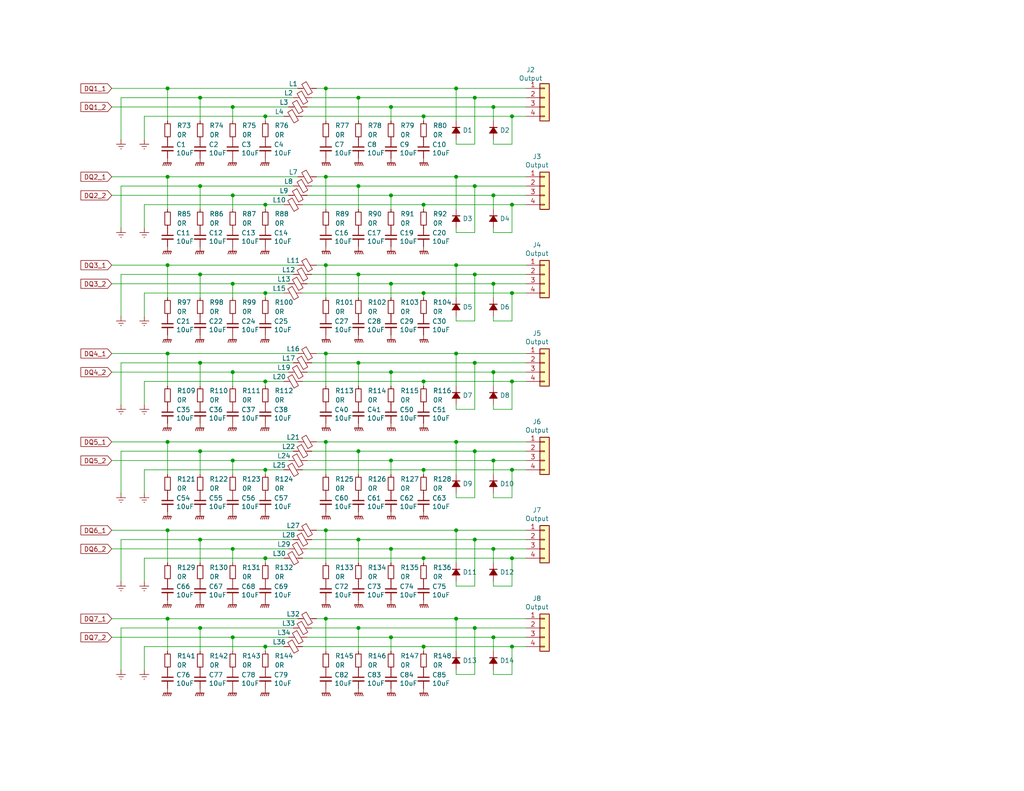
<source format=kicad_sch>
(kicad_sch (version 20230121) (generator eeschema)
  (paper "USLetter")
  (title_block (title "Greenhouse 2.0 IO Board") (date "2022-09-13") (rev "0.3.2") (company "Langhe Greenhaus") (comment 1 "Langhe Part Number: 240000"))
  (junction (at 115.57 55.88))
  (junction (at 124.46 24.13))
  (junction (at 54.61 26.67))
  (junction (at 45.72 72.39))
  (junction (at 129.54 171.45))
  (junction (at 45.72 144.78))
  (junction (at 134.62 125.73))
  (junction (at 72.39 104.14))
  (junction (at 88.9 120.65))
  (junction (at 139.7 80.01))
  (junction (at 97.79 171.45))
  (junction (at 129.54 99.06))
  (junction (at 88.9 168.91))
  (junction (at 124.46 144.78))
  (junction (at 45.72 96.52))
  (junction (at 115.57 152.4))
  (junction (at 72.39 152.4))
  (junction (at 124.46 96.52))
  (junction (at 129.54 74.93))
  (junction (at 139.7 55.88))
  (junction (at 115.57 80.01))
  (junction (at 139.7 104.14))
  (junction (at 63.5 77.47))
  (junction (at 72.39 176.53))
  (junction (at 88.9 48.26))
  (junction (at 63.5 53.34))
  (junction (at 54.61 147.32))
  (junction (at 72.39 80.01))
  (junction (at 115.57 104.14))
  (junction (at 106.68 77.47))
  (junction (at 106.68 29.21))
  (junction (at 63.5 149.86))
  (junction (at 97.79 50.8))
  (junction (at 129.54 123.19))
  (junction (at 139.7 128.27))
  (junction (at 72.39 31.75))
  (junction (at 97.79 147.32))
  (junction (at 106.68 125.73))
  (junction (at 134.62 173.99))
  (junction (at 88.9 96.52))
  (junction (at 97.79 74.93))
  (junction (at 115.57 176.53))
  (junction (at 115.57 31.75))
  (junction (at 124.46 120.65))
  (junction (at 124.46 168.91))
  (junction (at 54.61 74.93))
  (junction (at 106.68 173.99))
  (junction (at 63.5 173.99))
  (junction (at 129.54 147.32))
  (junction (at 45.72 24.13))
  (junction (at 45.72 120.65))
  (junction (at 139.7 176.53))
  (junction (at 54.61 99.06))
  (junction (at 97.79 99.06))
  (junction (at 134.62 77.47))
  (junction (at 54.61 50.8))
  (junction (at 97.79 123.19))
  (junction (at 134.62 53.34))
  (junction (at 106.68 53.34))
  (junction (at 115.57 128.27))
  (junction (at 124.46 48.26))
  (junction (at 63.5 29.21))
  (junction (at 45.72 48.26))
  (junction (at 124.46 72.39))
  (junction (at 63.5 125.73))
  (junction (at 54.61 171.45))
  (junction (at 106.68 149.86))
  (junction (at 88.9 144.78))
  (junction (at 72.39 128.27))
  (junction (at 45.72 168.91))
  (junction (at 88.9 72.39))
  (junction (at 63.5 101.6))
  (junction (at 139.7 152.4))
  (junction (at 139.7 31.75))
  (junction (at 106.68 101.6))
  (junction (at 134.62 101.6))
  (junction (at 97.79 26.67))
  (junction (at 88.9 24.13))
  (junction (at 134.62 29.21))
  (junction (at 54.61 123.19))
  (junction (at 129.54 26.67))
  (junction (at 129.54 50.8))
  (junction (at 72.39 55.88))
  (junction (at 134.62 149.86))
  (wire (pts (xy 82.55 176.53) (xy 115.57 176.53)))
  (wire (pts (xy 134.62 111.76) (xy 134.62 110.49)))
  (wire (pts (xy 82.55 31.75) (xy 115.57 31.75)))
  (wire (pts (xy 45.72 72.39) (xy 45.72 81.28)))
  (wire (pts (xy 139.7 63.5) (xy 139.7 55.88)))
  (wire (pts (xy 134.62 177.8) (xy 134.62 173.99)))
  (wire (pts (xy 85.09 147.32) (xy 97.79 147.32)))
  (wire (pts (xy 134.62 29.21) (xy 143.51 29.21)))
  (wire (pts (xy 63.5 29.21) (xy 78.74 29.21)))
  (wire (pts (xy 88.9 153.67) (xy 88.9 144.78)))
  (wire (pts (xy 39.37 55.88) (xy 72.39 55.88)))
  (wire (pts (xy 88.9 96.52) (xy 124.46 96.52)))
  (wire (pts (xy 106.68 77.47) (xy 134.62 77.47)))
  (wire (pts (xy 97.79 123.19) (xy 97.79 129.54)))
  (wire (pts (xy 134.62 184.15) (xy 139.7 184.15)))
  (wire (pts (xy 39.37 152.4) (xy 72.39 152.4)))
  (wire (pts (xy 33.02 99.06) (xy 54.61 99.06)))
  (wire (pts (xy 82.55 104.14) (xy 115.57 104.14)))
  (wire (pts (xy 72.39 55.88) (xy 77.47 55.88)))
  (wire (pts (xy 85.09 50.8) (xy 97.79 50.8)))
  (wire (pts (xy 39.37 134.62) (xy 39.37 128.27)))
  (wire (pts (xy 88.9 129.54) (xy 88.9 120.65)))
  (wire (pts (xy 115.57 57.15) (xy 115.57 55.88)))
  (wire (pts (xy 129.54 184.15) (xy 129.54 171.45)))
  (wire (pts (xy 124.46 177.8) (xy 124.46 168.91)))
  (wire (pts (xy 124.46 134.62) (xy 124.46 135.89)))
  (wire (pts (xy 106.68 149.86) (xy 83.82 149.86)))
  (wire (pts (xy 82.55 80.01) (xy 115.57 80.01)))
  (wire (pts (xy 115.57 33.02) (xy 115.57 31.75)))
  (wire (pts (xy 106.68 53.34) (xy 134.62 53.34)))
  (wire (pts (xy 82.55 128.27) (xy 115.57 128.27)))
  (wire (pts (xy 129.54 39.37) (xy 129.54 26.67)))
  (wire (pts (xy 30.48 144.78) (xy 45.72 144.78)))
  (wire (pts (xy 124.46 33.02) (xy 124.46 24.13)))
  (wire (pts (xy 129.54 87.63) (xy 129.54 74.93)))
  (wire (pts (xy 129.54 147.32) (xy 143.51 147.32)))
  (wire (pts (xy 143.51 96.52) (xy 124.46 96.52)))
  (wire (pts (xy 88.9 81.28) (xy 88.9 72.39)))
  (wire (pts (xy 30.48 24.13) (xy 45.72 24.13)))
  (wire (pts (xy 97.79 50.8) (xy 97.79 57.15)))
  (wire (pts (xy 30.48 120.65) (xy 45.72 120.65)))
  (wire (pts (xy 39.37 86.36) (xy 39.37 80.01)))
  (wire (pts (xy 86.36 48.26) (xy 88.9 48.26)))
  (wire (pts (xy 129.54 74.93) (xy 143.51 74.93)))
  (wire (pts (xy 54.61 50.8) (xy 80.01 50.8)))
  (wire (pts (xy 82.55 152.4) (xy 115.57 152.4)))
  (wire (pts (xy 97.79 50.8) (xy 129.54 50.8)))
  (wire (pts (xy 72.39 152.4) (xy 77.47 152.4)))
  (wire (pts (xy 139.7 184.15) (xy 139.7 176.53)))
  (wire (pts (xy 72.39 128.27) (xy 77.47 128.27)))
  (wire (pts (xy 143.51 24.13) (xy 124.46 24.13)))
  (wire (pts (xy 45.72 120.65) (xy 81.28 120.65)))
  (wire (pts (xy 63.5 125.73) (xy 78.74 125.73)))
  (wire (pts (xy 139.7 80.01) (xy 143.51 80.01)))
  (wire (pts (xy 97.79 26.67) (xy 129.54 26.67)))
  (wire (pts (xy 97.79 74.93) (xy 129.54 74.93)))
  (wire (pts (xy 54.61 26.67) (xy 54.61 33.02)))
  (wire (pts (xy 33.02 74.93) (xy 54.61 74.93)))
  (wire (pts (xy 54.61 123.19) (xy 80.01 123.19)))
  (wire (pts (xy 88.9 144.78) (xy 124.46 144.78)))
  (wire (pts (xy 134.62 184.15) (xy 134.62 182.88)))
  (wire (pts (xy 33.02 74.93) (xy 33.02 86.36)))
  (wire (pts (xy 134.62 39.37) (xy 139.7 39.37)))
  (wire (pts (xy 39.37 110.49) (xy 39.37 104.14)))
  (wire (pts (xy 124.46 153.67) (xy 124.46 144.78)))
  (wire (pts (xy 139.7 160.02) (xy 139.7 152.4)))
  (wire (pts (xy 85.09 99.06) (xy 97.79 99.06)))
  (wire (pts (xy 30.48 96.52) (xy 45.72 96.52)))
  (wire (pts (xy 72.39 80.01) (xy 72.39 81.28)))
  (wire (pts (xy 30.48 101.6) (xy 63.5 101.6)))
  (wire (pts (xy 129.54 99.06) (xy 143.51 99.06)))
  (wire (pts (xy 124.46 105.41) (xy 124.46 96.52)))
  (wire (pts (xy 86.36 96.52) (xy 88.9 96.52)))
  (wire (pts (xy 106.68 105.41) (xy 106.68 101.6)))
  (wire (pts (xy 106.68 125.73) (xy 134.62 125.73)))
  (wire (pts (xy 33.02 147.32) (xy 54.61 147.32)))
  (wire (pts (xy 134.62 81.28) (xy 134.62 77.47)))
  (wire (pts (xy 129.54 50.8) (xy 143.51 50.8)))
  (wire (pts (xy 54.61 147.32) (xy 54.61 153.67)))
  (wire (pts (xy 106.68 101.6) (xy 134.62 101.6)))
  (wire (pts (xy 106.68 149.86) (xy 134.62 149.86)))
  (wire (pts (xy 72.39 104.14) (xy 77.47 104.14)))
  (wire (pts (xy 97.79 74.93) (xy 97.79 81.28)))
  (wire (pts (xy 82.55 55.88) (xy 115.57 55.88)))
  (wire (pts (xy 124.46 38.1) (xy 124.46 39.37)))
  (wire (pts (xy 115.57 55.88) (xy 139.7 55.88)))
  (wire (pts (xy 115.57 80.01) (xy 139.7 80.01)))
  (wire (pts (xy 30.48 72.39) (xy 45.72 72.39)))
  (wire (pts (xy 139.7 104.14) (xy 143.51 104.14)))
  (wire (pts (xy 124.46 86.36) (xy 124.46 87.63)))
  (wire (pts (xy 97.79 171.45) (xy 129.54 171.45)))
  (wire (pts (xy 124.46 182.88) (xy 124.46 184.15)))
  (wire (pts (xy 45.72 144.78) (xy 45.72 153.67)))
  (wire (pts (xy 63.5 125.73) (xy 63.5 129.54)))
  (wire (pts (xy 106.68 53.34) (xy 83.82 53.34)))
  (wire (pts (xy 134.62 173.99) (xy 143.51 173.99)))
  (wire (pts (xy 106.68 81.28) (xy 106.68 77.47)))
  (wire (pts (xy 54.61 50.8) (xy 54.61 57.15)))
  (wire (pts (xy 30.48 53.34) (xy 63.5 53.34)))
  (wire (pts (xy 88.9 177.8) (xy 88.9 168.91)))
  (wire (pts (xy 72.39 176.53) (xy 72.39 177.8)))
  (wire (pts (xy 54.61 74.93) (xy 80.01 74.93)))
  (wire (pts (xy 106.68 173.99) (xy 134.62 173.99)))
  (wire (pts (xy 45.72 120.65) (xy 45.72 129.54)))
  (wire (pts (xy 134.62 135.89) (xy 139.7 135.89)))
  (wire (pts (xy 45.72 24.13) (xy 81.28 24.13)))
  (wire (pts (xy 115.57 81.28) (xy 115.57 80.01)))
  (wire (pts (xy 106.68 101.6) (xy 83.82 101.6)))
  (wire (pts (xy 72.39 128.27) (xy 72.39 129.54)))
  (wire (pts (xy 134.62 57.15) (xy 134.62 53.34)))
  (wire (pts (xy 45.72 48.26) (xy 81.28 48.26)))
  (wire (pts (xy 33.02 123.19) (xy 54.61 123.19)))
  (wire (pts (xy 63.5 101.6) (xy 63.5 105.41)))
  (wire (pts (xy 115.57 105.41) (xy 115.57 104.14)))
  (wire (pts (xy 30.48 149.86) (xy 63.5 149.86)))
  (wire (pts (xy 134.62 63.5) (xy 134.62 62.23)))
  (wire (pts (xy 39.37 80.01) (xy 72.39 80.01)))
  (wire (pts (xy 115.57 31.75) (xy 139.7 31.75)))
  (wire (pts (xy 134.62 39.37) (xy 134.62 38.1)))
  (wire (pts (xy 54.61 147.32) (xy 80.01 147.32)))
  (wire (pts (xy 134.62 33.02) (xy 134.62 29.21)))
  (wire (pts (xy 97.79 123.19) (xy 129.54 123.19)))
  (wire (pts (xy 63.5 53.34) (xy 63.5 57.15)))
  (wire (pts (xy 63.5 77.47) (xy 63.5 81.28)))
  (wire (pts (xy 115.57 104.14) (xy 139.7 104.14)))
  (wire (pts (xy 54.61 26.67) (xy 80.01 26.67)))
  (wire (pts (xy 88.9 48.26) (xy 124.46 48.26)))
  (wire (pts (xy 106.68 153.67) (xy 106.68 149.86)))
  (wire (pts (xy 106.68 129.54) (xy 106.68 125.73)))
  (wire (pts (xy 134.62 77.47) (xy 143.51 77.47)))
  (wire (pts (xy 39.37 31.75) (xy 72.39 31.75)))
  (wire (pts (xy 63.5 101.6) (xy 78.74 101.6)))
  (wire (pts (xy 124.46 111.76) (xy 129.54 111.76)))
  (wire (pts (xy 45.72 96.52) (xy 45.72 105.41)))
  (wire (pts (xy 139.7 176.53) (xy 143.51 176.53)))
  (wire (pts (xy 134.62 105.41) (xy 134.62 101.6)))
  (wire (pts (xy 124.46 184.15) (xy 129.54 184.15)))
  (wire (pts (xy 88.9 120.65) (xy 124.46 120.65)))
  (wire (pts (xy 72.39 152.4) (xy 72.39 153.67)))
  (wire (pts (xy 134.62 125.73) (xy 143.51 125.73)))
  (wire (pts (xy 63.5 29.21) (xy 63.5 33.02)))
  (wire (pts (xy 115.57 128.27) (xy 139.7 128.27)))
  (wire (pts (xy 124.46 62.23) (xy 124.46 63.5)))
  (wire (pts (xy 124.46 63.5) (xy 129.54 63.5)))
  (wire (pts (xy 88.9 72.39) (xy 124.46 72.39)))
  (wire (pts (xy 88.9 168.91) (xy 124.46 168.91)))
  (wire (pts (xy 39.37 158.75) (xy 39.37 152.4)))
  (wire (pts (xy 30.48 29.21) (xy 63.5 29.21)))
  (wire (pts (xy 124.46 87.63) (xy 129.54 87.63)))
  (wire (pts (xy 30.48 125.73) (xy 63.5 125.73)))
  (wire (pts (xy 85.09 171.45) (xy 97.79 171.45)))
  (wire (pts (xy 139.7 55.88) (xy 143.51 55.88)))
  (wire (pts (xy 33.02 26.67) (xy 33.02 38.1)))
  (wire (pts (xy 45.72 168.91) (xy 81.28 168.91)))
  (wire (pts (xy 124.46 135.89) (xy 129.54 135.89)))
  (wire (pts (xy 129.54 160.02) (xy 129.54 147.32)))
  (wire (pts (xy 115.57 152.4) (xy 139.7 152.4)))
  (wire (pts (xy 88.9 105.41) (xy 88.9 96.52)))
  (wire (pts (xy 72.39 31.75) (xy 77.47 31.75)))
  (wire (pts (xy 45.72 96.52) (xy 81.28 96.52)))
  (wire (pts (xy 97.79 99.06) (xy 129.54 99.06)))
  (wire (pts (xy 139.7 135.89) (xy 139.7 128.27)))
  (wire (pts (xy 124.46 81.28) (xy 124.46 72.39)))
  (wire (pts (xy 139.7 87.63) (xy 139.7 80.01)))
  (wire (pts (xy 97.79 147.32) (xy 97.79 153.67)))
  (wire (pts (xy 54.61 171.45) (xy 80.01 171.45)))
  (wire (pts (xy 134.62 53.34) (xy 143.51 53.34)))
  (wire (pts (xy 143.51 120.65) (xy 124.46 120.65)))
  (wire (pts (xy 106.68 77.47) (xy 83.82 77.47)))
  (wire (pts (xy 139.7 111.76) (xy 139.7 104.14)))
  (wire (pts (xy 30.48 48.26) (xy 45.72 48.26)))
  (wire (pts (xy 83.82 29.21) (xy 106.68 29.21)))
  (wire (pts (xy 63.5 173.99) (xy 78.74 173.99)))
  (wire (pts (xy 97.79 171.45) (xy 97.79 177.8)))
  (wire (pts (xy 134.62 101.6) (xy 143.51 101.6)))
  (wire (pts (xy 30.48 77.47) (xy 63.5 77.47)))
  (wire (pts (xy 134.62 87.63) (xy 134.62 86.36)))
  (wire (pts (xy 72.39 104.14) (xy 72.39 105.41)))
  (wire (pts (xy 129.54 135.89) (xy 129.54 123.19)))
  (wire (pts (xy 54.61 123.19) (xy 54.61 129.54)))
  (wire (pts (xy 88.9 120.65) (xy 86.36 120.65)))
  (wire (pts (xy 134.62 129.54) (xy 134.62 125.73)))
  (wire (pts (xy 115.57 176.53) (xy 139.7 176.53)))
  (wire (pts (xy 143.51 48.26) (xy 124.46 48.26)))
  (wire (pts (xy 45.72 24.13) (xy 45.72 33.02)))
  (wire (pts (xy 129.54 123.19) (xy 143.51 123.19)))
  (wire (pts (xy 54.61 99.06) (xy 54.61 105.41)))
  (wire (pts (xy 33.02 50.8) (xy 33.02 62.23)))
  (wire (pts (xy 39.37 62.23) (xy 39.37 55.88)))
  (wire (pts (xy 129.54 111.76) (xy 129.54 99.06)))
  (wire (pts (xy 143.51 168.91) (xy 124.46 168.91)))
  (wire (pts (xy 33.02 50.8) (xy 54.61 50.8)))
  (wire (pts (xy 97.79 33.02) (xy 97.79 26.67)))
  (wire (pts (xy 86.36 72.39) (xy 88.9 72.39)))
  (wire (pts (xy 72.39 80.01) (xy 77.47 80.01)))
  (wire (pts (xy 139.7 128.27) (xy 143.51 128.27)))
  (wire (pts (xy 30.48 168.91) (xy 45.72 168.91)))
  (wire (pts (xy 63.5 77.47) (xy 78.74 77.47)))
  (wire (pts (xy 143.51 72.39) (xy 124.46 72.39)))
  (wire (pts (xy 115.57 153.67) (xy 115.57 152.4)))
  (wire (pts (xy 124.46 110.49) (xy 124.46 111.76)))
  (wire (pts (xy 85.09 26.67) (xy 97.79 26.67)))
  (wire (pts (xy 124.46 129.54) (xy 124.46 120.65)))
  (wire (pts (xy 54.61 99.06) (xy 80.01 99.06)))
  (wire (pts (xy 45.72 144.78) (xy 81.28 144.78)))
  (wire (pts (xy 124.46 57.15) (xy 124.46 48.26)))
  (wire (pts (xy 45.72 48.26) (xy 45.72 57.15)))
  (wire (pts (xy 39.37 38.1) (xy 39.37 31.75)))
  (wire (pts (xy 33.02 171.45) (xy 54.61 171.45)))
  (wire (pts (xy 33.02 26.67) (xy 54.61 26.67)))
  (wire (pts (xy 33.02 147.32) (xy 33.02 158.75)))
  (wire (pts (xy 134.62 160.02) (xy 134.62 158.75)))
  (wire (pts (xy 39.37 182.88) (xy 39.37 176.53)))
  (wire (pts (xy 106.68 177.8) (xy 106.68 173.99)))
  (wire (pts (xy 97.79 99.06) (xy 97.79 105.41)))
  (wire (pts (xy 72.39 31.75) (xy 72.39 33.02)))
  (wire (pts (xy 139.7 31.75) (xy 143.51 31.75)))
  (wire (pts (xy 30.48 173.99) (xy 63.5 173.99)))
  (wire (pts (xy 106.68 57.15) (xy 106.68 53.34)))
  (wire (pts (xy 54.61 171.45) (xy 54.61 177.8)))
  (wire (pts (xy 63.5 149.86) (xy 63.5 153.67)))
  (wire (pts (xy 143.51 144.78) (xy 124.46 144.78)))
  (wire (pts (xy 72.39 55.88) (xy 72.39 57.15)))
  (wire (pts (xy 85.09 123.19) (xy 97.79 123.19)))
  (wire (pts (xy 45.72 72.39) (xy 81.28 72.39)))
  (wire (pts (xy 139.7 152.4) (xy 143.51 152.4)))
  (wire (pts (xy 134.62 160.02) (xy 139.7 160.02)))
  (wire (pts (xy 124.46 158.75) (xy 124.46 160.02)))
  (wire (pts (xy 134.62 149.86) (xy 143.51 149.86)))
  (wire (pts (xy 129.54 63.5) (xy 129.54 50.8)))
  (wire (pts (xy 124.46 160.02) (xy 129.54 160.02)))
  (wire (pts (xy 39.37 176.53) (xy 72.39 176.53)))
  (wire (pts (xy 106.68 125.73) (xy 83.82 125.73)))
  (wire (pts (xy 134.62 135.89) (xy 134.62 134.62)))
  (wire (pts (xy 33.02 99.06) (xy 33.02 110.49)))
  (wire (pts (xy 106.68 33.02) (xy 106.68 29.21)))
  (wire (pts (xy 129.54 26.67) (xy 143.51 26.67)))
  (wire (pts (xy 134.62 153.67) (xy 134.62 149.86)))
  (wire (pts (xy 134.62 63.5) (xy 139.7 63.5)))
  (wire (pts (xy 134.62 111.76) (xy 139.7 111.76)))
  (wire (pts (xy 63.5 53.34) (xy 78.74 53.34)))
  (wire (pts (xy 88.9 24.13) (xy 124.46 24.13)))
  (wire (pts (xy 134.62 87.63) (xy 139.7 87.63)))
  (wire (pts (xy 45.72 168.91) (xy 45.72 177.8)))
  (wire (pts (xy 39.37 128.27) (xy 72.39 128.27)))
  (wire (pts (xy 115.57 177.8) (xy 115.57 176.53)))
  (wire (pts (xy 39.37 104.14) (xy 72.39 104.14)))
  (wire (pts (xy 97.79 147.32) (xy 129.54 147.32)))
  (wire (pts (xy 106.68 173.99) (xy 83.82 173.99)))
  (wire (pts (xy 88.9 57.15) (xy 88.9 48.26)))
  (wire (pts (xy 124.46 39.37) (xy 129.54 39.37)))
  (wire (pts (xy 72.39 176.53) (xy 77.47 176.53)))
  (wire (pts (xy 139.7 39.37) (xy 139.7 31.75)))
  (wire (pts (xy 88.9 168.91) (xy 86.36 168.91)))
  (wire (pts (xy 129.54 171.45) (xy 143.51 171.45)))
  (wire (pts (xy 54.61 74.93) (xy 54.61 81.28)))
  (wire (pts (xy 63.5 149.86) (xy 78.74 149.86)))
  (wire (pts (xy 115.57 129.54) (xy 115.57 128.27)))
  (wire (pts (xy 85.09 74.93) (xy 97.79 74.93)))
  (wire (pts (xy 33.02 171.45) (xy 33.02 182.88)))
  (wire (pts (xy 88.9 24.13) (xy 86.36 24.13)))
  (wire (pts (xy 88.9 144.78) (xy 86.36 144.78)))
  (wire (pts (xy 63.5 173.99) (xy 63.5 177.8)))
  (wire (pts (xy 88.9 33.02) (xy 88.9 24.13)))
  (wire (pts (xy 106.68 29.21) (xy 134.62 29.21)))
  (wire (pts (xy 33.02 123.19) (xy 33.02 134.62)))
  (global_label "DQ1_2" (shape input) (at 30.48 29.21 180) (property "Intersheetrefs" "${INTERSHEET_REFS}" (effects hide)))
  (global_label "DQ3_1" (shape input) (at 30.48 72.39 180) (property "Intersheetrefs" "${INTERSHEET_REFS}" (effects hide)))
  (global_label "DQ2_2" (shape input) (at 30.48 53.34 180) (property "Intersheetrefs" "${INTERSHEET_REFS}" (effects hide)))
  (global_label "DQ5_1" (shape input) (at 30.48 120.65 180) (property "Intersheetrefs" "${INTERSHEET_REFS}" (effects hide)))
  (global_label "DQ2_1" (shape input) (at 30.48 48.26 180) (property "Intersheetrefs" "${INTERSHEET_REFS}" (effects hide)))
  (global_label "DQ7_2" (shape input) (at 30.48 173.99 180) (property "Intersheetrefs" "${INTERSHEET_REFS}" (effects hide)))
  (global_label "DQ1_1" (shape input) (at 30.48 24.13 180) (property "Intersheetrefs" "${INTERSHEET_REFS}" (effects hide)))
  (global_label "DQ5_2" (shape input) (at 30.48 125.73 180) (property "Intersheetrefs" "${INTERSHEET_REFS}" (effects hide)))
  (global_label "DQ4_1" (shape input) (at 30.48 96.52 180) (property "Intersheetrefs" "${INTERSHEET_REFS}" (effects hide)))
  (global_label "DQ3_2" (shape input) (at 30.48 77.47 180) (property "Intersheetrefs" "${INTERSHEET_REFS}" (effects hide)))
  (global_label "DQ6_2" (shape input) (at 30.48 149.86 180) (property "Intersheetrefs" "${INTERSHEET_REFS}" (effects hide)))
  (global_label "DQ7_1" (shape input) (at 30.48 168.91 180) (property "Intersheetrefs" "${INTERSHEET_REFS}" (effects hide)))
  (global_label "DQ6_1" (shape input) (at 30.48 144.78 180) (property "Intersheetrefs" "${INTERSHEET_REFS}" (effects hide)))
  (global_label "DQ4_2" (shape input) (at 30.48 101.6 180) (property "Intersheetrefs" "${INTERSHEET_REFS}" (effects hide)))
  (symbol (lib_id "Connector_Generic:Conn_01x04") (at 148.59 26.67 0) (unit 1)
    (property "Reference" "J2" (at 144.78 19.05 0))
    (property "Value" "Output" (at 144.78 21.3614 0))
    (property "Footprint" "Connector_BCR:Phoenix_Contact_PST_4" (effects hide))
    (property "MPN" "DNP" (effects hide))
  )
  (symbol (lib_id "Power_BCR:PWRGND") (at 39.37 38.1 0) (mirror y) (unit 1)
    (property "Reference" "#PWR0247" (effects hide))
    (property "Value" "PWRGND" (effects hide))
  )
  (symbol (lib_id "Device:FerriteBead_Small") (at 80.01 31.75 90) (mirror x) (unit 1)
    (property "Reference" "L4" (at 76.2 30.48 90))
    (property "Value" "10uH 500mA" (effects hide))
    (property "Footprint" "Inductor_SMD:L_0805_2012Metric" (effects hide))
    (property "Datasheet" "https://datasheet.lcsc.com/lcsc/1811141852_microgate-MGFL2012F100MT-LF_C281113.pdf" (effects hide))
    (property "LCSC" "C281113" (effects hide))
    (property "Manufacturer" "Microgate" (effects hide))
    (property "Part Number" "MGFL2012F100MT" (effects hide))
  )
  (symbol (lib_id "Device:FerriteBead_Small") (at 81.28 29.21 90) (mirror x) (unit 1)
    (property "Reference" "L3" (at 77.47 27.94 90))
    (property "Value" "10uH 500mA" (effects hide))
    (property "Footprint" "Inductor_SMD:L_0805_2012Metric" (effects hide))
    (property "Datasheet" "https://datasheet.lcsc.com/lcsc/1811141852_microgate-MGFL2012F100MT-LF_C281113.pdf" (effects hide))
    (property "LCSC" "C281113" (effects hide))
    (property "Manufacturer" "Microgate" (effects hide))
    (property "Part Number" "MGFL2012F100MT" (effects hide))
  )
  (symbol (lib_name "PE_21") (lib_id "Power_BCR:PE") (at 115.57 43.18 0) (mirror y) (unit 1)
    (property "Reference" "#PWR0195" (effects hide))
    (property "Value" "PE" (effects hide))
  )
  (symbol (lib_name "PE_22") (lib_id "Power_BCR:PE") (at 106.68 43.18 0) (mirror y) (unit 1)
    (property "Reference" "#PWR0196" (effects hide))
    (property "Value" "PE" (effects hide))
  )
  (symbol (lib_name "PE_19") (lib_id "Power_BCR:PE") (at 97.79 43.18 0) (mirror y) (unit 1)
    (property "Reference" "#PWR0193" (effects hide))
    (property "Value" "PE" (effects hide))
  )
  (symbol (lib_name "PE_20") (lib_id "Power_BCR:PE") (at 88.9 43.18 0) (mirror y) (unit 1)
    (property "Reference" "#PWR0194" (effects hide))
    (property "Value" "PE" (effects hide))
  )
  (symbol (lib_id "Device:FerriteBead_Small") (at 82.55 26.67 90) (mirror x) (unit 1)
    (property "Reference" "L2" (at 78.74 25.4 90))
    (property "Value" "10uH 500mA" (effects hide))
    (property "Footprint" "Inductor_SMD:L_0805_2012Metric" (effects hide))
    (property "Datasheet" "https://datasheet.lcsc.com/lcsc/1811141852_microgate-MGFL2012F100MT-LF_C281113.pdf" (effects hide))
    (property "LCSC" "C281113" (effects hide))
    (property "Manufacturer" "Microgate" (effects hide))
    (property "Part Number" "MGFL2012F100MT" (effects hide))
  )
  (symbol (lib_id "Device:FerriteBead_Small") (at 83.82 24.13 90) (mirror x) (unit 1)
    (property "Reference" "L1" (at 80.01 22.86 90))
    (property "Value" "10uH 500mA" (effects hide))
    (property "Footprint" "Inductor_SMD:L_0805_2012Metric" (effects hide))
    (property "Datasheet" "https://datasheet.lcsc.com/lcsc/1811141852_microgate-MGFL2012F100MT-LF_C281113.pdf" (effects hide))
    (property "LCSC" "C281113" (effects hide))
    (property "Manufacturer" "Microgate" (effects hide))
    (property "Part Number" "MGFL2012F100MT" (effects hide))
  )
  (symbol (lib_id "Connector_Generic:Conn_01x04") (at 148.59 50.8 0) (unit 1)
    (property "Reference" "J3" (at 146.5072 42.7482 0))
    (property "Value" "Output" (at 146.5072 45.0596 0))
    (property "Footprint" "Connector_BCR:Phoenix_Contact_PST_4" (effects hide))
    (property "MPN" "DNP" (effects hide))
  )
  (symbol (lib_id "Device:FerriteBead_Small") (at 80.01 55.88 90) (mirror x) (unit 1)
    (property "Reference" "L10" (at 76.2 54.61 90))
    (property "Value" "10uH 500mA" (effects hide))
    (property "Footprint" "Inductor_SMD:L_0805_2012Metric" (effects hide))
    (property "Datasheet" "https://datasheet.lcsc.com/lcsc/1811141852_microgate-MGFL2012F100MT-LF_C281113.pdf" (effects hide))
    (property "LCSC" "C281113" (effects hide))
    (property "Manufacturer" "Microgate" (effects hide))
    (property "Part Number" "MGFL2012F100MT" (effects hide))
  )
  (symbol (lib_id "Device:FerriteBead_Small") (at 81.28 53.34 90) (mirror x) (unit 1)
    (property "Reference" "L9" (at 77.47 52.07 90))
    (property "Value" "10uH 500mA" (effects hide))
    (property "Footprint" "Inductor_SMD:L_0805_2012Metric" (effects hide))
    (property "Datasheet" "https://datasheet.lcsc.com/lcsc/1811141852_microgate-MGFL2012F100MT-LF_C281113.pdf" (effects hide))
    (property "LCSC" "C281113" (effects hide))
    (property "Manufacturer" "Microgate" (effects hide))
    (property "Part Number" "MGFL2012F100MT" (effects hide))
  )
  (symbol (lib_id "Device:FerriteBead_Small") (at 82.55 50.8 90) (mirror x) (unit 1)
    (property "Reference" "L8" (at 78.74 49.53 90))
    (property "Value" "10uH 500mA" (effects hide))
    (property "Footprint" "Inductor_SMD:L_0805_2012Metric" (effects hide))
    (property "Datasheet" "https://datasheet.lcsc.com/lcsc/1811141852_microgate-MGFL2012F100MT-LF_C281113.pdf" (effects hide))
    (property "LCSC" "C281113" (effects hide))
    (property "Manufacturer" "Microgate" (effects hide))
    (property "Part Number" "MGFL2012F100MT" (effects hide))
  )
  (symbol (lib_id "Device:FerriteBead_Small") (at 83.82 48.26 90) (mirror x) (unit 1)
    (property "Reference" "L7" (at 80.01 46.99 90))
    (property "Value" "10uH 500mA" (effects hide))
    (property "Footprint" "Inductor_SMD:L_0805_2012Metric" (effects hide))
    (property "Datasheet" "https://datasheet.lcsc.com/lcsc/1811141852_microgate-MGFL2012F100MT-LF_C281113.pdf" (effects hide))
    (property "LCSC" "C281113" (effects hide))
    (property "Manufacturer" "Microgate" (effects hide))
    (property "Part Number" "MGFL2012F100MT" (effects hide))
  )
  (symbol (lib_id "Connector_Generic:Conn_01x04") (at 148.59 74.93 0) (unit 1)
    (property "Reference" "J4" (at 146.5072 66.8782 0))
    (property "Value" "Output" (at 146.5072 69.1896 0))
    (property "Footprint" "Connector_BCR:Phoenix_Contact_PST_4" (effects hide))
    (property "MPN" "DNP" (effects hide))
  )
  (symbol (lib_id "Device:FerriteBead_Small") (at 80.01 80.01 90) (mirror x) (unit 1)
    (property "Reference" "L15" (at 76.2 78.74 90))
    (property "Value" "10uH 500mA" (effects hide))
    (property "Footprint" "Inductor_SMD:L_0805_2012Metric" (effects hide))
    (property "Datasheet" "https://datasheet.lcsc.com/lcsc/1811141852_microgate-MGFL2012F100MT-LF_C281113.pdf" (effects hide))
    (property "LCSC" "C281113" (effects hide))
    (property "Manufacturer" "Microgate" (effects hide))
    (property "Part Number" "MGFL2012F100MT" (effects hide))
  )
  (symbol (lib_id "Device:FerriteBead_Small") (at 81.28 77.47 90) (mirror x) (unit 1)
    (property "Reference" "L13" (at 77.47 76.2 90))
    (property "Value" "10uH 500mA" (effects hide))
    (property "Footprint" "Inductor_SMD:L_0805_2012Metric" (effects hide))
    (property "Datasheet" "https://datasheet.lcsc.com/lcsc/1811141852_microgate-MGFL2012F100MT-LF_C281113.pdf" (effects hide))
    (property "LCSC" "C281113" (effects hide))
    (property "Manufacturer" "Microgate" (effects hide))
    (property "Part Number" "MGFL2012F100MT" (effects hide))
  )
  (symbol (lib_id "Device:FerriteBead_Small") (at 82.55 74.93 90) (mirror x) (unit 1)
    (property "Reference" "L12" (at 78.74 73.66 90))
    (property "Value" "10uH 500mA" (effects hide))
    (property "Footprint" "Inductor_SMD:L_0805_2012Metric" (effects hide))
    (property "Datasheet" "https://datasheet.lcsc.com/lcsc/1811141852_microgate-MGFL2012F100MT-LF_C281113.pdf" (effects hide))
    (property "LCSC" "C281113" (effects hide))
    (property "Manufacturer" "Microgate" (effects hide))
    (property "Part Number" "MGFL2012F100MT" (effects hide))
  )
  (symbol (lib_id "Device:FerriteBead_Small") (at 83.82 72.39 90) (mirror x) (unit 1)
    (property "Reference" "L11" (at 80.01 71.12 90))
    (property "Value" "10uH 500mA" (effects hide))
    (property "Footprint" "Inductor_SMD:L_0805_2012Metric" (effects hide))
    (property "Datasheet" "https://datasheet.lcsc.com/lcsc/1811141852_microgate-MGFL2012F100MT-LF_C281113.pdf" (effects hide))
    (property "LCSC" "C281113" (effects hide))
    (property "Manufacturer" "Microgate" (effects hide))
    (property "Part Number" "MGFL2012F100MT" (effects hide))
  )
  (symbol (lib_id "Connector_Generic:Conn_01x04") (at 148.59 99.06 0) (unit 1)
    (property "Reference" "J5" (at 146.5072 91.0082 0))
    (property "Value" "Output" (at 146.5072 93.3196 0))
    (property "Footprint" "Connector_BCR:Phoenix_Contact_PST_4" (effects hide))
    (property "MPN" "DNP" (effects hide))
  )
  (symbol (lib_id "Device:FerriteBead_Small") (at 80.01 104.14 90) (mirror x) (unit 1)
    (property "Reference" "L20" (at 76.2 102.87 90))
    (property "Value" "10uH 500mA" (effects hide))
    (property "Footprint" "Inductor_SMD:L_0805_2012Metric" (effects hide))
    (property "Datasheet" "https://datasheet.lcsc.com/lcsc/1811141852_microgate-MGFL2012F100MT-LF_C281113.pdf" (effects hide))
    (property "LCSC" "C281113" (effects hide))
    (property "Manufacturer" "Microgate" (effects hide))
    (property "Part Number" "MGFL2012F100MT" (effects hide))
  )
  (symbol (lib_id "Device:FerriteBead_Small") (at 81.28 101.6 90) (mirror x) (unit 1)
    (property "Reference" "L19" (at 77.47 100.33 90))
    (property "Value" "10uH 500mA" (effects hide))
    (property "Footprint" "Inductor_SMD:L_0805_2012Metric" (effects hide))
    (property "Datasheet" "https://datasheet.lcsc.com/lcsc/1811141852_microgate-MGFL2012F100MT-LF_C281113.pdf" (effects hide))
    (property "LCSC" "C281113" (effects hide))
    (property "Manufacturer" "Microgate" (effects hide))
    (property "Part Number" "MGFL2012F100MT" (effects hide))
  )
  (symbol (lib_id "Device:FerriteBead_Small") (at 82.55 99.06 90) (mirror x) (unit 1)
    (property "Reference" "L17" (at 78.74 97.79 90))
    (property "Value" "10uH 500mA" (effects hide))
    (property "Footprint" "Inductor_SMD:L_0805_2012Metric" (effects hide))
    (property "Datasheet" "https://datasheet.lcsc.com/lcsc/1811141852_microgate-MGFL2012F100MT-LF_C281113.pdf" (effects hide))
    (property "LCSC" "C281113" (effects hide))
    (property "Manufacturer" "Microgate" (effects hide))
    (property "Part Number" "MGFL2012F100MT" (effects hide))
  )
  (symbol (lib_id "Device:FerriteBead_Small") (at 83.82 96.52 90) (mirror x) (unit 1)
    (property "Reference" "L16" (at 80.01 95.25 90))
    (property "Value" "10uH 500mA" (effects hide))
    (property "Footprint" "Inductor_SMD:L_0805_2012Metric" (effects hide))
    (property "Datasheet" "https://datasheet.lcsc.com/lcsc/1811141852_microgate-MGFL2012F100MT-LF_C281113.pdf" (effects hide))
    (property "LCSC" "C281113" (effects hide))
    (property "Manufacturer" "Microgate" (effects hide))
    (property "Part Number" "MGFL2012F100MT" (effects hide))
  )
  (symbol (lib_id "Connector_Generic:Conn_01x04") (at 148.59 123.19 0) (unit 1)
    (property "Reference" "J6" (at 146.5072 115.1382 0))
    (property "Value" "Output" (at 146.5072 117.4496 0))
    (property "Footprint" "Connector_BCR:Phoenix_Contact_PST_4" (effects hide))
    (property "MPN" "DNP" (effects hide))
  )
  (symbol (lib_id "Device:FerriteBead_Small") (at 80.01 128.27 90) (mirror x) (unit 1)
    (property "Reference" "L25" (at 76.2 127 90))
    (property "Value" "10uH 500mA" (effects hide))
    (property "Footprint" "Inductor_SMD:L_0805_2012Metric" (effects hide))
    (property "Datasheet" "https://datasheet.lcsc.com/lcsc/1811141852_microgate-MGFL2012F100MT-LF_C281113.pdf" (effects hide))
    (property "LCSC" "C281113" (effects hide))
    (property "Manufacturer" "Microgate" (effects hide))
    (property "Part Number" "MGFL2012F100MT" (effects hide))
  )
  (symbol (lib_id "Device:FerriteBead_Small") (at 81.28 125.73 90) (mirror x) (unit 1)
    (property "Reference" "L24" (at 77.47 124.46 90))
    (property "Value" "10uH 500mA" (effects hide))
    (property "Footprint" "Inductor_SMD:L_0805_2012Metric" (effects hide))
    (property "Datasheet" "https://datasheet.lcsc.com/lcsc/1811141852_microgate-MGFL2012F100MT-LF_C281113.pdf" (effects hide))
    (property "LCSC" "C281113" (effects hide))
    (property "Manufacturer" "Microgate" (effects hide))
    (property "Part Number" "MGFL2012F100MT" (effects hide))
  )
  (symbol (lib_id "Device:FerriteBead_Small") (at 82.55 123.19 90) (mirror x) (unit 1)
    (property "Reference" "L22" (at 78.74 121.92 90))
    (property "Value" "10uH 500mA" (effects hide))
    (property "Footprint" "Inductor_SMD:L_0805_2012Metric" (effects hide))
    (property "Datasheet" "https://datasheet.lcsc.com/lcsc/1811141852_microgate-MGFL2012F100MT-LF_C281113.pdf" (effects hide))
    (property "LCSC" "C281113" (effects hide))
    (property "Manufacturer" "Microgate" (effects hide))
    (property "Part Number" "MGFL2012F100MT" (effects hide))
  )
  (symbol (lib_id "Device:FerriteBead_Small") (at 83.82 120.65 90) (mirror x) (unit 1)
    (property "Reference" "L21" (at 80.01 119.38 90))
    (property "Value" "10uH 500mA" (effects hide))
    (property "Footprint" "Inductor_SMD:L_0805_2012Metric" (effects hide))
    (property "Datasheet" "https://datasheet.lcsc.com/lcsc/1811141852_microgate-MGFL2012F100MT-LF_C281113.pdf" (effects hide))
    (property "LCSC" "C281113" (effects hide))
    (property "Manufacturer" "Microgate" (effects hide))
    (property "Part Number" "MGFL2012F100MT" (effects hide))
  )
  (symbol (lib_id "Connector_Generic:Conn_01x04") (at 148.59 147.32 0) (unit 1)
    (property "Reference" "J7" (at 146.5072 139.2682 0))
    (property "Value" "Output" (at 146.5072 141.5796 0))
    (property "Footprint" "Connector_BCR:Phoenix_Contact_PST_4" (effects hide))
    (property "MPN" "DNP" (effects hide))
  )
  (symbol (lib_id "Device:FerriteBead_Small") (at 80.01 152.4 90) (mirror x) (unit 1)
    (property "Reference" "L30" (at 76.2 151.13 90))
    (property "Value" "10uH 500mA" (effects hide))
    (property "Footprint" "Inductor_SMD:L_0805_2012Metric" (effects hide))
    (property "Datasheet" "https://datasheet.lcsc.com/lcsc/1811141852_microgate-MGFL2012F100MT-LF_C281113.pdf" (effects hide))
    (property "LCSC" "C281113" (effects hide))
    (property "Manufacturer" "Microgate" (effects hide))
    (property "Part Number" "MGFL2012F100MT" (effects hide))
  )
  (symbol (lib_id "Device:FerriteBead_Small") (at 81.28 149.86 90) (mirror x) (unit 1)
    (property "Reference" "L29" (at 77.47 148.59 90))
    (property "Value" "10uH 500mA" (effects hide))
    (property "Footprint" "Inductor_SMD:L_0805_2012Metric" (effects hide))
    (property "Datasheet" "https://datasheet.lcsc.com/lcsc/1811141852_microgate-MGFL2012F100MT-LF_C281113.pdf" (effects hide))
    (property "LCSC" "C281113" (effects hide))
    (property "Manufacturer" "Microgate" (effects hide))
    (property "Part Number" "MGFL2012F100MT" (effects hide))
  )
  (symbol (lib_id "Device:FerriteBead_Small") (at 82.55 147.32 90) (mirror x) (unit 1)
    (property "Reference" "L28" (at 78.74 146.05 90))
    (property "Value" "10uH 500mA" (effects hide))
    (property "Footprint" "Inductor_SMD:L_0805_2012Metric" (effects hide))
    (property "Datasheet" "https://datasheet.lcsc.com/lcsc/1811141852_microgate-MGFL2012F100MT-LF_C281113.pdf" (effects hide))
    (property "LCSC" "C281113" (effects hide))
    (property "Manufacturer" "Microgate" (effects hide))
    (property "Part Number" "MGFL2012F100MT" (effects hide))
  )
  (symbol (lib_id "Device:FerriteBead_Small") (at 83.82 144.78 90) (mirror x) (unit 1)
    (property "Reference" "L27" (at 80.01 143.51 90))
    (property "Value" "10uH 500mA" (effects hide))
    (property "Footprint" "Inductor_SMD:L_0805_2012Metric" (effects hide))
    (property "Datasheet" "https://datasheet.lcsc.com/lcsc/1811141852_microgate-MGFL2012F100MT-LF_C281113.pdf" (effects hide))
    (property "LCSC" "C281113" (effects hide))
    (property "Manufacturer" "Microgate" (effects hide))
    (property "Part Number" "MGFL2012F100MT" (effects hide))
  )
  (symbol (lib_id "Device:C_Small") (at 88.9 161.29 0) (unit 1)
    (property "Reference" "C72" (at 91.2368 160.1216 0) (effects (justify left)))
    (property "Value" "10uF" (at 91.2368 162.433 0) (effects (justify left)))
    (property "Footprint" "Capacitor_SMD:C_0805_2012Metric" (effects hide))
    (property "Datasheet" "https://datasheet.lcsc.com/lcsc/2004251506_Murata-Electronics-GRM21BR61H106KE43L_C440198.pdf" (effects hide))
    (property "LCSC" "C440198" (effects hide))
  )
  (symbol (lib_id "Device:C_Small") (at 97.79 161.29 0) (unit 1)
    (property "Reference" "C73" (at 100.1268 160.1216 0) (effects (justify left)))
    (property "Value" "10uF" (at 100.1268 162.433 0) (effects (justify left)))
    (property "Footprint" "Capacitor_SMD:C_0805_2012Metric" (effects hide))
    (property "Datasheet" "https://datasheet.lcsc.com/lcsc/2004251506_Murata-Electronics-GRM21BR61H106KE43L_C440198.pdf" (effects hide))
    (property "LCSC" "C440198" (effects hide))
  )
  (symbol (lib_id "Device:C_Small") (at 106.68 161.29 0) (unit 1)
    (property "Reference" "C74" (at 109.0168 160.1216 0) (effects (justify left)))
    (property "Value" "10uF" (at 109.0168 162.433 0) (effects (justify left)))
    (property "Footprint" "Capacitor_SMD:C_0805_2012Metric" (effects hide))
    (property "Datasheet" "https://datasheet.lcsc.com/lcsc/2004251506_Murata-Electronics-GRM21BR61H106KE43L_C440198.pdf" (effects hide))
    (property "LCSC" "C440198" (effects hide))
  )
  (symbol (lib_id "Device:C_Small") (at 115.57 161.29 0) (unit 1)
    (property "Reference" "C75" (at 117.9068 160.1216 0) (effects (justify left)))
    (property "Value" "10uF" (at 117.9068 162.433 0) (effects (justify left)))
    (property "Footprint" "Capacitor_SMD:C_0805_2012Metric" (effects hide))
    (property "Datasheet" "https://datasheet.lcsc.com/lcsc/2004251506_Murata-Electronics-GRM21BR61H106KE43L_C440198.pdf" (effects hide))
    (property "LCSC" "C440198" (effects hide))
  )
  (symbol (lib_id "Device:C_Small") (at 115.57 137.16 0) (unit 1)
    (property "Reference" "C63" (at 117.9068 135.9916 0) (effects (justify left)))
    (property "Value" "10uF" (at 117.9068 138.303 0) (effects (justify left)))
    (property "Footprint" "Capacitor_SMD:C_0805_2012Metric" (effects hide))
    (property "Datasheet" "https://datasheet.lcsc.com/lcsc/2004251506_Murata-Electronics-GRM21BR61H106KE43L_C440198.pdf" (effects hide))
    (property "LCSC" "C440198" (effects hide))
  )
  (symbol (lib_id "Device:C_Small") (at 106.68 137.16 0) (unit 1)
    (property "Reference" "C62" (at 109.0168 135.9916 0) (effects (justify left)))
    (property "Value" "10uF" (at 109.0168 138.303 0) (effects (justify left)))
    (property "Footprint" "Capacitor_SMD:C_0805_2012Metric" (effects hide))
    (property "Datasheet" "https://datasheet.lcsc.com/lcsc/2004251506_Murata-Electronics-GRM21BR61H106KE43L_C440198.pdf" (effects hide))
    (property "LCSC" "C440198" (effects hide))
  )
  (symbol (lib_id "Device:C_Small") (at 97.79 137.16 0) (unit 1)
    (property "Reference" "C61" (at 100.1268 135.9916 0) (effects (justify left)))
    (property "Value" "10uF" (at 100.1268 138.303 0) (effects (justify left)))
    (property "Footprint" "Capacitor_SMD:C_0805_2012Metric" (effects hide))
    (property "Datasheet" "https://datasheet.lcsc.com/lcsc/2004251506_Murata-Electronics-GRM21BR61H106KE43L_C440198.pdf" (effects hide))
    (property "LCSC" "C440198" (effects hide))
  )
  (symbol (lib_id "Device:C_Small") (at 88.9 137.16 0) (unit 1)
    (property "Reference" "C60" (at 91.2368 135.9916 0) (effects (justify left)))
    (property "Value" "10uF" (at 91.2368 138.303 0) (effects (justify left)))
    (property "Footprint" "Capacitor_SMD:C_0805_2012Metric" (effects hide))
    (property "Datasheet" "https://datasheet.lcsc.com/lcsc/2004251506_Murata-Electronics-GRM21BR61H106KE43L_C440198.pdf" (effects hide))
    (property "LCSC" "C440198" (effects hide))
  )
  (symbol (lib_id "Device:C_Small") (at 88.9 113.03 0) (unit 1)
    (property "Reference" "C40" (at 91.2368 111.8616 0) (effects (justify left)))
    (property "Value" "10uF" (at 91.2368 114.173 0) (effects (justify left)))
    (property "Footprint" "Capacitor_SMD:C_0805_2012Metric" (effects hide))
    (property "Datasheet" "https://datasheet.lcsc.com/lcsc/2004251506_Murata-Electronics-GRM21BR61H106KE43L_C440198.pdf" (effects hide))
    (property "LCSC" "C440198" (effects hide))
  )
  (symbol (lib_id "Device:C_Small") (at 97.79 113.03 0) (unit 1)
    (property "Reference" "C41" (at 100.1268 111.8616 0) (effects (justify left)))
    (property "Value" "10uF" (at 100.1268 114.173 0) (effects (justify left)))
    (property "Footprint" "Capacitor_SMD:C_0805_2012Metric" (effects hide))
    (property "Datasheet" "https://datasheet.lcsc.com/lcsc/2004251506_Murata-Electronics-GRM21BR61H106KE43L_C440198.pdf" (effects hide))
    (property "LCSC" "C440198" (effects hide))
  )
  (symbol (lib_id "Device:C_Small") (at 106.68 113.03 0) (unit 1)
    (property "Reference" "C50" (at 109.0168 111.8616 0) (effects (justify left)))
    (property "Value" "10uF" (at 109.0168 114.173 0) (effects (justify left)))
    (property "Footprint" "Capacitor_SMD:C_0805_2012Metric" (effects hide))
    (property "Datasheet" "https://datasheet.lcsc.com/lcsc/2004251506_Murata-Electronics-GRM21BR61H106KE43L_C440198.pdf" (effects hide))
    (property "LCSC" "C440198" (effects hide))
  )
  (symbol (lib_id "Device:C_Small") (at 115.57 113.03 0) (unit 1)
    (property "Reference" "C51" (at 117.9068 111.8616 0) (effects (justify left)))
    (property "Value" "10uF" (at 117.9068 114.173 0) (effects (justify left)))
    (property "Footprint" "Capacitor_SMD:C_0805_2012Metric" (effects hide))
    (property "Datasheet" "https://datasheet.lcsc.com/lcsc/2004251506_Murata-Electronics-GRM21BR61H106KE43L_C440198.pdf" (effects hide))
    (property "LCSC" "C440198" (effects hide))
  )
  (symbol (lib_id "Device:C_Small") (at 115.57 88.9 0) (unit 1)
    (property "Reference" "C30" (at 117.9068 87.7316 0) (effects (justify left)))
    (property "Value" "10uF" (at 117.9068 90.043 0) (effects (justify left)))
    (property "Footprint" "Capacitor_SMD:C_0805_2012Metric" (effects hide))
    (property "Datasheet" "https://datasheet.lcsc.com/lcsc/2004251506_Murata-Electronics-GRM21BR61H106KE43L_C440198.pdf" (effects hide))
    (property "LCSC" "C440198" (effects hide))
  )
  (symbol (lib_id "Device:C_Small") (at 106.68 88.9 0) (unit 1)
    (property "Reference" "C29" (at 109.0168 87.7316 0) (effects (justify left)))
    (property "Value" "10uF" (at 109.0168 90.043 0) (effects (justify left)))
    (property "Footprint" "Capacitor_SMD:C_0805_2012Metric" (effects hide))
    (property "Datasheet" "https://datasheet.lcsc.com/lcsc/2004251506_Murata-Electronics-GRM21BR61H106KE43L_C440198.pdf" (effects hide))
    (property "LCSC" "C440198" (effects hide))
  )
  (symbol (lib_id "Device:C_Small") (at 97.79 88.9 0) (unit 1)
    (property "Reference" "C28" (at 100.1268 87.7316 0) (effects (justify left)))
    (property "Value" "10uF" (at 100.1268 90.043 0) (effects (justify left)))
    (property "Footprint" "Capacitor_SMD:C_0805_2012Metric" (effects hide))
    (property "Datasheet" "https://datasheet.lcsc.com/lcsc/2004251506_Murata-Electronics-GRM21BR61H106KE43L_C440198.pdf" (effects hide))
    (property "LCSC" "C440198" (effects hide))
  )
  (symbol (lib_id "Device:C_Small") (at 88.9 88.9 0) (unit 1)
    (property "Reference" "C27" (at 91.2368 87.7316 0) (effects (justify left)))
    (property "Value" "10uF" (at 91.2368 90.043 0) (effects (justify left)))
    (property "Footprint" "Capacitor_SMD:C_0805_2012Metric" (effects hide))
    (property "Datasheet" "https://datasheet.lcsc.com/lcsc/2004251506_Murata-Electronics-GRM21BR61H106KE43L_C440198.pdf" (effects hide))
    (property "LCSC" "C440198" (effects hide))
  )
  (symbol (lib_id "Device:C_Small") (at 88.9 64.77 0) (unit 1)
    (property "Reference" "C16" (at 91.2368 63.6016 0) (effects (justify left)))
    (property "Value" "10uF" (at 91.2368 65.913 0) (effects (justify left)))
    (property "Footprint" "Capacitor_SMD:C_0805_2012Metric" (effects hide))
    (property "Datasheet" "https://datasheet.lcsc.com/lcsc/2004251506_Murata-Electronics-GRM21BR61H106KE43L_C440198.pdf" (effects hide))
    (property "LCSC" "C440198" (effects hide))
  )
  (symbol (lib_id "Device:C_Small") (at 97.79 64.77 0) (unit 1)
    (property "Reference" "C17" (at 100.1268 63.6016 0) (effects (justify left)))
    (property "Value" "10uF" (at 100.1268 65.913 0) (effects (justify left)))
    (property "Footprint" "Capacitor_SMD:C_0805_2012Metric" (effects hide))
    (property "Datasheet" "https://datasheet.lcsc.com/lcsc/2004251506_Murata-Electronics-GRM21BR61H106KE43L_C440198.pdf" (effects hide))
    (property "LCSC" "C440198" (effects hide))
  )
  (symbol (lib_id "Device:C_Small") (at 106.68 64.77 0) (unit 1)
    (property "Reference" "C19" (at 109.0168 63.6016 0) (effects (justify left)))
    (property "Value" "10uF" (at 109.0168 65.913 0) (effects (justify left)))
    (property "Footprint" "Capacitor_SMD:C_0805_2012Metric" (effects hide))
    (property "Datasheet" "https://datasheet.lcsc.com/lcsc/2004251506_Murata-Electronics-GRM21BR61H106KE43L_C440198.pdf" (effects hide))
    (property "LCSC" "C440198" (effects hide))
  )
  (symbol (lib_id "Device:C_Small") (at 115.57 64.77 0) (unit 1)
    (property "Reference" "C20" (at 117.9068 63.6016 0) (effects (justify left)))
    (property "Value" "10uF" (at 117.9068 65.913 0) (effects (justify left)))
    (property "Footprint" "Capacitor_SMD:C_0805_2012Metric" (effects hide))
    (property "Datasheet" "https://datasheet.lcsc.com/lcsc/2004251506_Murata-Electronics-GRM21BR61H106KE43L_C440198.pdf" (effects hide))
    (property "LCSC" "C440198" (effects hide))
  )
  (symbol (lib_id "Device:C_Small") (at 115.57 40.64 0) (unit 1)
    (property "Reference" "C10" (at 117.9068 39.4716 0) (effects (justify left)))
    (property "Value" "10uF" (at 117.9068 41.783 0) (effects (justify left)))
    (property "Footprint" "Capacitor_SMD:C_0805_2012Metric" (effects hide))
    (property "Datasheet" "https://datasheet.lcsc.com/lcsc/2004251506_Murata-Electronics-GRM21BR61H106KE43L_C440198.pdf" (effects hide))
    (property "LCSC" "C440198" (effects hide))
  )
  (symbol (lib_id "Device:C_Small") (at 106.68 40.64 0) (unit 1)
    (property "Reference" "C9" (at 109.0168 39.4716 0) (effects (justify left)))
    (property "Value" "10uF" (at 109.0168 41.783 0) (effects (justify left)))
    (property "Footprint" "Capacitor_SMD:C_0805_2012Metric" (effects hide))
    (property "Datasheet" "https://datasheet.lcsc.com/lcsc/2004251506_Murata-Electronics-GRM21BR61H106KE43L_C440198.pdf" (effects hide))
    (property "LCSC" "C440198" (effects hide))
  )
  (symbol (lib_id "Device:C_Small") (at 97.79 40.64 0) (unit 1)
    (property "Reference" "C8" (at 100.1268 39.4716 0) (effects (justify left)))
    (property "Value" "10uF" (at 100.1268 41.783 0) (effects (justify left)))
    (property "Footprint" "Capacitor_SMD:C_0805_2012Metric" (effects hide))
    (property "Datasheet" "https://datasheet.lcsc.com/lcsc/2004251506_Murata-Electronics-GRM21BR61H106KE43L_C440198.pdf" (effects hide))
    (property "LCSC" "C440198" (effects hide))
  )
  (symbol (lib_id "Device:C_Small") (at 88.9 40.64 0) (unit 1)
    (property "Reference" "C7" (at 91.2368 39.4716 0) (effects (justify left)))
    (property "Value" "10uF" (at 91.2368 41.783 0) (effects (justify left)))
    (property "Footprint" "Capacitor_SMD:C_0805_2012Metric" (effects hide))
    (property "Datasheet" "https://datasheet.lcsc.com/lcsc/2004251506_Murata-Electronics-GRM21BR61H106KE43L_C440198.pdf" (effects hide))
    (property "LCSC" "C440198" (effects hide))
  )
  (symbol (lib_id "Device:D_Small_Filled") (at 124.46 35.56 270) (unit 1)
    (property "Reference" "D1" (at 126.238 35.56 90) (effects (justify left)))
    (property "Value" "D_Small_ALT" (effects hide))
    (property "Footprint" "Diode_SMD:D_SOD-123F" (effects hide))
    (property "Datasheet" "https://datasheet.lcsc.com/lcsc/1809301215_MDD-Microdiode-Electronics--SM4007PL_C64898.pdf" (effects hide))
    (property "LCSC" "C64898" (effects hide))
    (property "Manufacturer" "MDD" (effects hide))
    (property "Part Number" "SM4007PL" (effects hide))
  )
  (symbol (lib_id "Device:D_Small_Filled") (at 134.62 35.56 270) (unit 1)
    (property "Reference" "D2" (at 136.398 35.56 90) (effects (justify left)))
    (property "Value" "D_Small_ALT" (effects hide))
    (property "Footprint" "Diode_SMD:D_SOD-123F" (effects hide))
    (property "Datasheet" "https://datasheet.lcsc.com/lcsc/1809301215_MDD-Microdiode-Electronics--SM4007PL_C64898.pdf" (effects hide))
    (property "LCSC" "C64898" (effects hide))
    (property "Manufacturer" "MDD" (effects hide))
    (property "Part Number" "SM4007PL" (effects hide))
  )
  (symbol (lib_id "Device:D_Small_Filled") (at 124.46 59.69 270) (unit 1)
    (property "Reference" "D3" (at 126.238 59.69 90) (effects (justify left)))
    (property "Value" "D_Small_ALT" (effects hide))
    (property "Footprint" "Diode_SMD:D_SOD-123F" (effects hide))
    (property "Datasheet" "https://datasheet.lcsc.com/lcsc/1809301215_MDD-Microdiode-Electronics--SM4007PL_C64898.pdf" (effects hide))
    (property "LCSC" "C64898" (effects hide))
    (property "Manufacturer" "MDD" (effects hide))
    (property "Part Number" "SM4007PL" (effects hide))
  )
  (symbol (lib_id "Device:D_Small_Filled") (at 134.62 59.69 270) (unit 1)
    (property "Reference" "D4" (at 136.398 59.69 90) (effects (justify left)))
    (property "Value" "D_Small_ALT" (effects hide))
    (property "Footprint" "Diode_SMD:D_SOD-123F" (effects hide))
    (property "Datasheet" "https://datasheet.lcsc.com/lcsc/1809301215_MDD-Microdiode-Electronics--SM4007PL_C64898.pdf" (effects hide))
    (property "LCSC" "C64898" (effects hide))
    (property "Manufacturer" "MDD" (effects hide))
    (property "Part Number" "SM4007PL" (effects hide))
  )
  (symbol (lib_id "Device:D_Small_Filled") (at 124.46 83.82 270) (unit 1)
    (property "Reference" "D5" (at 126.238 83.82 90) (effects (justify left)))
    (property "Value" "D_Small_ALT" (effects hide))
    (property "Footprint" "Diode_SMD:D_SOD-123F" (effects hide))
    (property "Datasheet" "https://datasheet.lcsc.com/lcsc/1809301215_MDD-Microdiode-Electronics--SM4007PL_C64898.pdf" (effects hide))
    (property "LCSC" "C64898" (effects hide))
    (property "Manufacturer" "MDD" (effects hide))
    (property "Part Number" "SM4007PL" (effects hide))
  )
  (symbol (lib_id "Device:D_Small_Filled") (at 134.62 83.82 270) (unit 1)
    (property "Reference" "D6" (at 136.398 83.82 90) (effects (justify left)))
    (property "Value" "D_Small_ALT" (effects hide))
    (property "Footprint" "Diode_SMD:D_SOD-123F" (effects hide))
    (property "Datasheet" "https://datasheet.lcsc.com/lcsc/1809301215_MDD-Microdiode-Electronics--SM4007PL_C64898.pdf" (effects hide))
    (property "LCSC" "C64898" (effects hide))
    (property "Manufacturer" "MDD" (effects hide))
    (property "Part Number" "SM4007PL" (effects hide))
  )
  (symbol (lib_id "Device:D_Small_Filled") (at 124.46 107.95 270) (unit 1)
    (property "Reference" "D7" (at 126.238 107.95 90) (effects (justify left)))
    (property "Value" "D_Small_ALT" (effects hide))
    (property "Footprint" "Diode_SMD:D_SOD-123F" (effects hide))
    (property "Datasheet" "https://datasheet.lcsc.com/lcsc/1809301215_MDD-Microdiode-Electronics--SM4007PL_C64898.pdf" (effects hide))
    (property "LCSC" "C64898" (effects hide))
    (property "Manufacturer" "MDD" (effects hide))
    (property "Part Number" "SM4007PL" (effects hide))
  )
  (symbol (lib_id "Device:D_Small_Filled") (at 134.62 107.95 270) (unit 1)
    (property "Reference" "D8" (at 136.398 107.95 90) (effects (justify left)))
    (property "Value" "D_Small_ALT" (effects hide))
    (property "Footprint" "Diode_SMD:D_SOD-123F" (effects hide))
    (property "Datasheet" "https://datasheet.lcsc.com/lcsc/1809301215_MDD-Microdiode-Electronics--SM4007PL_C64898.pdf" (effects hide))
    (property "LCSC" "C64898" (effects hide))
    (property "Manufacturer" "MDD" (effects hide))
    (property "Part Number" "SM4007PL" (effects hide))
  )
  (symbol (lib_id "Device:D_Small_Filled") (at 124.46 132.08 270) (unit 1)
    (property "Reference" "D9" (at 126.238 132.08 90) (effects (justify left)))
    (property "Value" "D_Small_ALT" (effects hide))
    (property "Footprint" "Diode_SMD:D_SOD-123F" (effects hide))
    (property "Datasheet" "https://datasheet.lcsc.com/lcsc/1809301215_MDD-Microdiode-Electronics--SM4007PL_C64898.pdf" (effects hide))
    (property "LCSC" "C64898" (effects hide))
    (property "Manufacturer" "MDD" (effects hide))
    (property "Part Number" "SM4007PL" (effects hide))
  )
  (symbol (lib_id "Device:D_Small_Filled") (at 134.62 132.08 270) (unit 1)
    (property "Reference" "D10" (at 136.398 132.08 90) (effects (justify left)))
    (property "Value" "D_Small_ALT" (effects hide))
    (property "Footprint" "Diode_SMD:D_SOD-123F" (effects hide))
    (property "Datasheet" "https://datasheet.lcsc.com/lcsc/1809301215_MDD-Microdiode-Electronics--SM4007PL_C64898.pdf" (effects hide))
    (property "LCSC" "C64898" (effects hide))
    (property "Manufacturer" "MDD" (effects hide))
    (property "Part Number" "SM4007PL" (effects hide))
  )
  (symbol (lib_id "Device:D_Small_Filled") (at 124.46 156.21 270) (unit 1)
    (property "Reference" "D11" (at 126.238 156.21 90) (effects (justify left)))
    (property "Value" "D_Small_ALT" (effects hide))
    (property "Footprint" "Diode_SMD:D_SOD-123F" (effects hide))
    (property "Datasheet" "https://datasheet.lcsc.com/lcsc/1809301215_MDD-Microdiode-Electronics--SM4007PL_C64898.pdf" (effects hide))
    (property "LCSC" "C64898" (effects hide))
    (property "Manufacturer" "MDD" (effects hide))
    (property "Part Number" "SM4007PL" (effects hide))
  )
  (symbol (lib_id "Device:D_Small_Filled") (at 134.62 156.21 270) (unit 1)
    (property "Reference" "D12" (at 136.398 156.21 90) (effects (justify left)))
    (property "Value" "D_Small_ALT" (effects hide))
    (property "Footprint" "Diode_SMD:D_SOD-123F" (effects hide))
    (property "Datasheet" "https://datasheet.lcsc.com/lcsc/1809301215_MDD-Microdiode-Electronics--SM4007PL_C64898.pdf" (effects hide))
    (property "LCSC" "C64898" (effects hide))
    (property "Manufacturer" "MDD" (effects hide))
    (property "Part Number" "SM4007PL" (effects hide))
  )
  (symbol (lib_id "Power_BCR:PWRGND") (at 33.02 38.1 0) (mirror y) (unit 1)
    (property "Reference" "#PWR0242" (effects hide))
    (property "Value" "PWRGND" (effects hide))
  )
  (symbol (lib_id "Power_BCR:PWRGND") (at 39.37 62.23 0) (mirror y) (unit 1)
    (property "Reference" "#PWR0248" (effects hide))
    (property "Value" "PWRGND" (effects hide))
  )
  (symbol (lib_name "PE_17") (lib_id "Power_BCR:PE") (at 115.57 67.31 0) (mirror y) (unit 1)
    (property "Reference" "#PWR0191" (effects hide))
    (property "Value" "PE" (effects hide))
  )
  (symbol (lib_name "PE_28") (lib_id "Power_BCR:PE") (at 106.68 67.31 0) (mirror y) (unit 1)
    (property "Reference" "#PWR0202" (effects hide))
    (property "Value" "PE" (effects hide))
  )
  (symbol (lib_name "PE_27") (lib_id "Power_BCR:PE") (at 97.79 67.31 0) (mirror y) (unit 1)
    (property "Reference" "#PWR0201" (effects hide))
    (property "Value" "PE" (effects hide))
  )
  (symbol (lib_name "PE_25") (lib_id "Power_BCR:PE") (at 88.9 67.31 0) (mirror y) (unit 1)
    (property "Reference" "#PWR0199" (effects hide))
    (property "Value" "PE" (effects hide))
  )
  (symbol (lib_id "Power_BCR:PWRGND") (at 33.02 62.23 0) (mirror y) (unit 1)
    (property "Reference" "#PWR0249" (effects hide))
    (property "Value" "PWRGND" (effects hide))
  )
  (symbol (lib_id "Power_BCR:PWRGND") (at 39.37 86.36 0) (mirror y) (unit 1)
    (property "Reference" "#PWR0240" (effects hide))
    (property "Value" "PWRGND" (effects hide))
  )
  (symbol (lib_name "PE_18") (lib_id "Power_BCR:PE") (at 115.57 91.44 0) (mirror y) (unit 1)
    (property "Reference" "#PWR0192" (effects hide))
    (property "Value" "PE" (effects hide))
  )
  (symbol (lib_name "PE_26") (lib_id "Power_BCR:PE") (at 106.68 91.44 0) (mirror y) (unit 1)
    (property "Reference" "#PWR0200" (effects hide))
    (property "Value" "PE" (effects hide))
  )
  (symbol (lib_name "PE_23") (lib_id "Power_BCR:PE") (at 97.79 91.44 0) (mirror y) (unit 1)
    (property "Reference" "#PWR0197" (effects hide))
    (property "Value" "PE" (effects hide))
  )
  (symbol (lib_name "PE_24") (lib_id "Power_BCR:PE") (at 88.9 91.44 0) (mirror y) (unit 1)
    (property "Reference" "#PWR0198" (effects hide))
    (property "Value" "PE" (effects hide))
  )
  (symbol (lib_id "Power_BCR:PWRGND") (at 33.02 86.36 0) (mirror y) (unit 1)
    (property "Reference" "#PWR0241" (effects hide))
    (property "Value" "PWRGND" (effects hide))
  )
  (symbol (lib_id "Power_BCR:PWRGND") (at 39.37 110.49 0) (mirror y) (unit 1)
    (property "Reference" "#PWR0233" (effects hide))
    (property "Value" "PWRGND" (effects hide))
  )
  (symbol (lib_name "PE_1") (lib_id "Power_BCR:PE") (at 115.57 115.57 0) (mirror y) (unit 1)
    (property "Reference" "#PWR0172" (effects hide))
    (property "Value" "PE" (effects hide))
  )
  (symbol (lib_name "PE_8") (lib_id "Power_BCR:PE") (at 106.68 115.57 0) (mirror y) (unit 1)
    (property "Reference" "#PWR0182" (effects hide))
    (property "Value" "PE" (effects hide))
  )
  (symbol (lib_name "PE_10") (lib_id "Power_BCR:PE") (at 97.79 115.57 0) (mirror y) (unit 1)
    (property "Reference" "#PWR0184" (effects hide))
    (property "Value" "PE" (effects hide))
  )
  (symbol (lib_name "PE_9") (lib_id "Power_BCR:PE") (at 88.9 115.57 0) (mirror y) (unit 1)
    (property "Reference" "#PWR0183" (effects hide))
    (property "Value" "PE" (effects hide))
  )
  (symbol (lib_id "Power_BCR:PWRGND") (at 33.02 110.49 0) (mirror y) (unit 1)
    (property "Reference" "#PWR0234" (effects hide))
    (property "Value" "PWRGND" (effects hide))
  )
  (symbol (lib_id "Power_BCR:PWRGND") (at 39.37 134.62 0) (mirror y) (unit 1)
    (property "Reference" "#PWR0236" (effects hide))
    (property "Value" "PWRGND" (effects hide))
  )
  (symbol (lib_name "PE_2") (lib_id "Power_BCR:PE") (at 115.57 139.7 0) (mirror y) (unit 1)
    (property "Reference" "#PWR0175" (effects hide))
    (property "Value" "PE" (effects hide))
  )
  (symbol (lib_name "PE_3") (lib_id "Power_BCR:PE") (at 106.68 139.7 0) (mirror y) (unit 1)
    (property "Reference" "#PWR0177" (effects hide))
    (property "Value" "PE" (effects hide))
  )
  (symbol (lib_name "PE_4") (lib_id "Power_BCR:PE") (at 97.79 139.7 0) (mirror y) (unit 1)
    (property "Reference" "#PWR0178" (effects hide))
    (property "Value" "PE" (effects hide))
  )
  (symbol (lib_name "PE_5") (lib_id "Power_BCR:PE") (at 88.9 139.7 0) (mirror y) (unit 1)
    (property "Reference" "#PWR0179" (effects hide))
    (property "Value" "PE" (effects hide))
  )
  (symbol (lib_id "Power_BCR:PWRGND") (at 33.02 134.62 0) (mirror y) (unit 1)
    (property "Reference" "#PWR0237" (effects hide))
    (property "Value" "PWRGND" (effects hide))
  )
  (symbol (lib_id "Power_BCR:PWRGND") (at 39.37 158.75 0) (mirror y) (unit 1)
    (property "Reference" "#PWR0221" (effects hide))
    (property "Value" "PWRGND" (effects hide))
  )
  (symbol (lib_name "PE_6") (lib_id "Power_BCR:PE") (at 115.57 163.83 0) (mirror y) (unit 1)
    (property "Reference" "#PWR0180" (effects hide))
    (property "Value" "PE" (effects hide))
  )
  (symbol (lib_name "PE_7") (lib_id "Power_BCR:PE") (at 106.68 163.83 0) (mirror y) (unit 1)
    (property "Reference" "#PWR0181" (effects hide))
    (property "Value" "PE" (effects hide))
  )
  (symbol (lib_name "PE_12") (lib_id "Power_BCR:PE") (at 97.79 163.83 0) (mirror y) (unit 1)
    (property "Reference" "#PWR0186" (effects hide))
    (property "Value" "PE" (effects hide))
  )
  (symbol (lib_name "PE_11") (lib_id "Power_BCR:PE") (at 88.9 163.83 0) (mirror y) (unit 1)
    (property "Reference" "#PWR0185" (effects hide))
    (property "Value" "PE" (effects hide))
  )
  (symbol (lib_id "Power_BCR:PWRGND") (at 33.02 158.75 0) (mirror y) (unit 1)
    (property "Reference" "#PWR0222" (effects hide))
    (property "Value" "PWRGND" (effects hide))
  )
  (symbol (lib_id "Device:R_Small") (at 63.5 156.21 0) (unit 1)
    (property "Reference" "R131" (at 66.04 154.9399 0) (effects (justify left)))
    (property "Value" "0R" (at 66.04 157.4799 0) (effects (justify left)))
    (property "Footprint" "Resistor_SMD:R_0805_2012Metric" (effects hide))
    (property "Datasheet" "https://datasheet.lcsc.com/lcsc/2110251730_UNI-ROYAL-Uniroyal-Elec-0805W8F0000T5E_C17477.pdf" (effects hide))
    (property "LCSC" "C17477" (effects hide))
  )
  (symbol (lib_name "PE_29") (lib_id "Power_BCR:PE") (at 72.39 163.83 0) (unit 1)
    (property "Reference" "#PWR0203" (effects hide))
    (property "Value" "PE" (effects hide))
  )
  (symbol (lib_name "PE_39") (lib_id "Power_BCR:PE") (at 45.72 163.83 0) (unit 1)
    (property "Reference" "#PWR0215" (effects hide))
    (property "Value" "PE" (effects hide))
  )
  (symbol (lib_id "Device:R_Small") (at 97.79 107.95 0) (unit 1)
    (property "Reference" "R114" (at 100.33 106.6799 0) (effects (justify left)))
    (property "Value" "0R" (at 100.33 109.2199 0) (effects (justify left)))
    (property "Footprint" "Resistor_SMD:R_0805_2012Metric" (effects hide))
    (property "Datasheet" "https://datasheet.lcsc.com/lcsc/2110251730_UNI-ROYAL-Uniroyal-Elec-0805W8F0000T5E_C17477.pdf" (effects hide))
    (property "LCSC" "C17477" (effects hide))
  )
  (symbol (lib_id "Device:R_Small") (at 72.39 59.69 0) (unit 1)
    (property "Reference" "R88" (at 74.93 58.4199 0) (effects (justify left)))
    (property "Value" "0R" (at 74.93 60.9599 0) (effects (justify left)))
    (property "Footprint" "Resistor_SMD:R_0805_2012Metric" (effects hide))
    (property "Datasheet" "https://datasheet.lcsc.com/lcsc/2110251730_UNI-ROYAL-Uniroyal-Elec-0805W8F0000T5E_C17477.pdf" (effects hide))
    (property "LCSC" "C17477" (effects hide))
  )
  (symbol (lib_id "Power_BCR:PWRGND") (at 33.02 182.88 0) (mirror y) (unit 1)
    (property "Reference" "#PWR0218" (effects hide))
    (property "Value" "PWRGND" (effects hide))
  )
  (symbol (lib_id "Device:R_Small") (at 54.61 180.34 0) (unit 1)
    (property "Reference" "R142" (at 57.15 179.0699 0) (effects (justify left)))
    (property "Value" "0R" (at 57.15 181.6099 0) (effects (justify left)))
    (property "Footprint" "Resistor_SMD:R_0805_2012Metric" (effects hide))
    (property "Datasheet" "https://datasheet.lcsc.com/lcsc/2110251730_UNI-ROYAL-Uniroyal-Elec-0805W8F0000T5E_C17477.pdf" (effects hide))
    (property "LCSC" "C17477" (effects hide))
  )
  (symbol (lib_id "Device:C_Small") (at 72.39 137.16 0) (unit 1)
    (property "Reference" "C57" (at 74.7268 135.9916 0) (effects (justify left)))
    (property "Value" "10uF" (at 74.7268 138.303 0) (effects (justify left)))
    (property "Footprint" "Capacitor_SMD:C_0805_2012Metric" (effects hide))
    (property "Datasheet" "https://datasheet.lcsc.com/lcsc/2004251506_Murata-Electronics-GRM21BR61H106KE43L_C440198.pdf" (effects hide))
    (property "LCSC" "C440198" (effects hide))
  )
  (symbol (lib_id "Device:C_Small") (at 115.57 185.42 0) (unit 1)
    (property "Reference" "C85" (at 117.9068 184.2516 0) (effects (justify left)))
    (property "Value" "10uF" (at 117.9068 186.563 0) (effects (justify left)))
    (property "Footprint" "Capacitor_SMD:C_0805_2012Metric" (effects hide))
    (property "Datasheet" "https://datasheet.lcsc.com/lcsc/2004251506_Murata-Electronics-GRM21BR61H106KE43L_C440198.pdf" (effects hide))
    (property "LCSC" "C440198" (effects hide))
  )
  (symbol (lib_name "PE_55") (lib_id "Power_BCR:PE") (at 63.5 67.31 0) (unit 1)
    (property "Reference" "#PWR0244" (effects hide))
    (property "Value" "PE" (effects hide))
  )
  (symbol (lib_id "Device:R_Small") (at 72.39 156.21 0) (unit 1)
    (property "Reference" "R132" (at 74.93 154.9399 0) (effects (justify left)))
    (property "Value" "0R" (at 74.93 157.4799 0) (effects (justify left)))
    (property "Footprint" "Resistor_SMD:R_0805_2012Metric" (effects hide))
    (property "Datasheet" "https://datasheet.lcsc.com/lcsc/2110251730_UNI-ROYAL-Uniroyal-Elec-0805W8F0000T5E_C17477.pdf" (effects hide))
    (property "LCSC" "C17477" (effects hide))
  )
  (symbol (lib_id "Device:C_Small") (at 63.5 161.29 0) (unit 1)
    (property "Reference" "C68" (at 65.8368 160.1216 0) (effects (justify left)))
    (property "Value" "10uF" (at 65.8368 162.433 0) (effects (justify left)))
    (property "Footprint" "Capacitor_SMD:C_0805_2012Metric" (effects hide))
    (property "Datasheet" "https://datasheet.lcsc.com/lcsc/2004251506_Murata-Electronics-GRM21BR61H106KE43L_C440198.pdf" (effects hide))
    (property "LCSC" "C440198" (effects hide))
  )
  (symbol (lib_name "PE_37") (lib_id "Power_BCR:PE") (at 54.61 139.7 0) (unit 1)
    (property "Reference" "#PWR0219" (effects hide))
    (property "Value" "PE" (effects hide))
  )
  (symbol (lib_id "Device:R_Small") (at 45.72 180.34 0) (unit 1)
    (property "Reference" "R141" (at 48.26 179.0699 0) (effects (justify left)))
    (property "Value" "0R" (at 48.26 181.6099 0) (effects (justify left)))
    (property "Footprint" "Resistor_SMD:R_0805_2012Metric" (effects hide))
    (property "Datasheet" "https://datasheet.lcsc.com/lcsc/2110251730_UNI-ROYAL-Uniroyal-Elec-0805W8F0000T5E_C17477.pdf" (effects hide))
    (property "LCSC" "C17477" (effects hide))
  )
  (symbol (lib_id "Device:R_Small") (at 115.57 107.95 0) (unit 1)
    (property "Reference" "R116" (at 118.11 106.6799 0) (effects (justify left)))
    (property "Value" "0R" (at 118.11 109.2199 0) (effects (justify left)))
    (property "Footprint" "Resistor_SMD:R_0805_2012Metric" (effects hide))
    (property "Datasheet" "https://datasheet.lcsc.com/lcsc/2110251730_UNI-ROYAL-Uniroyal-Elec-0805W8F0000T5E_C17477.pdf" (effects hide))
    (property "LCSC" "C17477" (effects hide))
  )
  (symbol (lib_id "Device:R_Small") (at 63.5 35.56 0) (unit 1)
    (property "Reference" "R75" (at 66.04 34.2899 0) (effects (justify left)))
    (property "Value" "0R" (at 66.04 36.8299 0) (effects (justify left)))
    (property "Footprint" "Resistor_SMD:R_0805_2012Metric" (effects hide))
    (property "Datasheet" "https://datasheet.lcsc.com/lcsc/2110251730_UNI-ROYAL-Uniroyal-Elec-0805W8F0000T5E_C17477.pdf" (effects hide))
    (property "LCSC" "C17477" (effects hide))
  )
  (symbol (lib_id "Device:C_Small") (at 63.5 185.42 0) (unit 1)
    (property "Reference" "C78" (at 65.8368 184.2516 0) (effects (justify left)))
    (property "Value" "10uF" (at 65.8368 186.563 0) (effects (justify left)))
    (property "Footprint" "Capacitor_SMD:C_0805_2012Metric" (effects hide))
    (property "Datasheet" "https://datasheet.lcsc.com/lcsc/2004251506_Murata-Electronics-GRM21BR61H106KE43L_C440198.pdf" (effects hide))
    (property "LCSC" "C440198" (effects hide))
  )
  (symbol (lib_id "Device:C_Small") (at 45.72 185.42 0) (unit 1)
    (property "Reference" "C76" (at 48.0568 184.2516 0) (effects (justify left)))
    (property "Value" "10uF" (at 48.0568 186.563 0) (effects (justify left)))
    (property "Footprint" "Capacitor_SMD:C_0805_2012Metric" (effects hide))
    (property "Datasheet" "https://datasheet.lcsc.com/lcsc/2004251506_Murata-Electronics-GRM21BR61H106KE43L_C440198.pdf" (effects hide))
    (property "LCSC" "C440198" (effects hide))
  )
  (symbol (lib_name "PE_32") (lib_id "Power_BCR:PE") (at 63.5 139.7 0) (unit 1)
    (property "Reference" "#PWR0206" (effects hide))
    (property "Value" "PE" (effects hide))
  )
  (symbol (lib_name "PE_36") (lib_id "Power_BCR:PE") (at 63.5 115.57 0) (unit 1)
    (property "Reference" "#PWR0208" (effects hide))
    (property "Value" "PE" (effects hide))
  )
  (symbol (lib_id "Device:R_Small") (at 88.9 180.34 0) (unit 1)
    (property "Reference" "R145" (at 91.44 179.0699 0) (effects (justify left)))
    (property "Value" "0R" (at 91.44 181.6099 0) (effects (justify left)))
    (property "Footprint" "Resistor_SMD:R_0805_2012Metric" (effects hide))
    (property "Datasheet" "https://datasheet.lcsc.com/lcsc/2110251730_UNI-ROYAL-Uniroyal-Elec-0805W8F0000T5E_C17477.pdf" (effects hide))
    (property "LCSC" "C17477" (effects hide))
  )
  (symbol (lib_id "Device:C_Small") (at 72.39 64.77 0) (unit 1)
    (property "Reference" "C14" (at 74.7268 63.6016 0) (effects (justify left)))
    (property "Value" "10uF" (at 74.7268 65.913 0) (effects (justify left)))
    (property "Footprint" "Capacitor_SMD:C_0805_2012Metric" (effects hide))
    (property "Datasheet" "https://datasheet.lcsc.com/lcsc/2004251506_Murata-Electronics-GRM21BR61H106KE43L_C440198.pdf" (effects hide))
    (property "LCSC" "C440198" (effects hide))
  )
  (symbol (lib_id "Device:FerriteBead_Small") (at 81.28 173.99 90) (mirror x) (unit 1)
    (property "Reference" "L34" (at 77.47 172.72 90))
    (property "Value" "10uH 500mA" (effects hide))
    (property "Footprint" "Inductor_SMD:L_0805_2012Metric" (effects hide))
    (property "Datasheet" "https://datasheet.lcsc.com/lcsc/1811141852_microgate-MGFL2012F100MT-LF_C281113.pdf" (effects hide))
    (property "LCSC" "C281113" (effects hide))
    (property "Manufacturer" "Microgate" (effects hide))
    (property "Part Number" "MGFL2012F100MT" (effects hide))
  )
  (symbol (lib_id "Device:R_Small") (at 63.5 132.08 0) (unit 1)
    (property "Reference" "R123" (at 66.04 130.8099 0) (effects (justify left)))
    (property "Value" "0R" (at 66.04 133.3499 0) (effects (justify left)))
    (property "Footprint" "Resistor_SMD:R_0805_2012Metric" (effects hide))
    (property "Datasheet" "https://datasheet.lcsc.com/lcsc/2110251730_UNI-ROYAL-Uniroyal-Elec-0805W8F0000T5E_C17477.pdf" (effects hide))
    (property "LCSC" "C17477" (effects hide))
  )
  (symbol (lib_id "Device:R_Small") (at 72.39 83.82 0) (unit 1)
    (property "Reference" "R100" (at 74.93 82.5499 0) (effects (justify left)))
    (property "Value" "0R" (at 74.93 85.0899 0) (effects (justify left)))
    (property "Footprint" "Resistor_SMD:R_0805_2012Metric" (effects hide))
    (property "Datasheet" "https://datasheet.lcsc.com/lcsc/2110251730_UNI-ROYAL-Uniroyal-Elec-0805W8F0000T5E_C17477.pdf" (effects hide))
    (property "LCSC" "C17477" (effects hide))
  )
  (symbol (lib_name "PE_45") (lib_id "Power_BCR:PE") (at 72.39 91.44 0) (unit 1)
    (property "Reference" "#PWR0227" (effects hide))
    (property "Value" "PE" (effects hide))
  )
  (symbol (lib_name "PE_47") (lib_id "Power_BCR:PE") (at 54.61 91.44 0) (unit 1)
    (property "Reference" "#PWR0228" (effects hide))
    (property "Value" "PE" (effects hide))
  )
  (symbol (lib_name "PE_46") (lib_id "Power_BCR:PE") (at 63.5 91.44 0) (unit 1)
    (property "Reference" "#PWR0229" (effects hide))
    (property "Value" "PE" (effects hide))
  )
  (symbol (lib_id "Device:R_Small") (at 115.57 132.08 0) (unit 1)
    (property "Reference" "R128" (at 118.11 130.8099 0) (effects (justify left)))
    (property "Value" "0R" (at 118.11 133.3499 0) (effects (justify left)))
    (property "Footprint" "Resistor_SMD:R_0805_2012Metric" (effects hide))
    (property "Datasheet" "https://datasheet.lcsc.com/lcsc/2110251730_UNI-ROYAL-Uniroyal-Elec-0805W8F0000T5E_C17477.pdf" (effects hide))
    (property "LCSC" "C17477" (effects hide))
  )
  (symbol (lib_id "Device:R_Small") (at 72.39 107.95 0) (unit 1)
    (property "Reference" "R112" (at 74.93 106.6799 0) (effects (justify left)))
    (property "Value" "0R" (at 74.93 109.2199 0) (effects (justify left)))
    (property "Footprint" "Resistor_SMD:R_0805_2012Metric" (effects hide))
    (property "Datasheet" "https://datasheet.lcsc.com/lcsc/2110251730_UNI-ROYAL-Uniroyal-Elec-0805W8F0000T5E_C17477.pdf" (effects hide))
    (property "LCSC" "C17477" (effects hide))
  )
  (symbol (lib_id "Device:C_Small") (at 45.72 137.16 0) (unit 1)
    (property "Reference" "C54" (at 48.0568 135.9916 0) (effects (justify left)))
    (property "Value" "10uF" (at 48.0568 138.303 0) (effects (justify left)))
    (property "Footprint" "Capacitor_SMD:C_0805_2012Metric" (effects hide))
    (property "Datasheet" "https://datasheet.lcsc.com/lcsc/2004251506_Murata-Electronics-GRM21BR61H106KE43L_C440198.pdf" (effects hide))
    (property "LCSC" "C440198" (effects hide))
  )
  (symbol (lib_name "PE_41") (lib_id "Power_BCR:PE") (at 54.61 187.96 0) (unit 1)
    (property "Reference" "#PWR0223" (effects hide))
    (property "Value" "PE" (effects hide))
  )
  (symbol (lib_id "Device:C_Small") (at 63.5 113.03 0) (unit 1)
    (property "Reference" "C37" (at 65.8368 111.8616 0) (effects (justify left)))
    (property "Value" "10uF" (at 65.8368 114.173 0) (effects (justify left)))
    (property "Footprint" "Capacitor_SMD:C_0805_2012Metric" (effects hide))
    (property "Datasheet" "https://datasheet.lcsc.com/lcsc/2004251506_Murata-Electronics-GRM21BR61H106KE43L_C440198.pdf" (effects hide))
    (property "LCSC" "C440198" (effects hide))
  )
  (symbol (lib_name "PE_51") (lib_id "Power_BCR:PE") (at 45.72 67.31 0) (unit 1)
    (property "Reference" "#PWR0235" (effects hide))
    (property "Value" "PE" (effects hide))
  )
  (symbol (lib_id "Device:R_Small") (at 88.9 156.21 0) (unit 1)
    (property "Reference" "R133" (at 91.44 154.9399 0) (effects (justify left)))
    (property "Value" "0R" (at 91.44 157.4799 0) (effects (justify left)))
    (property "Footprint" "Resistor_SMD:R_0805_2012Metric" (effects hide))
    (property "Datasheet" "https://datasheet.lcsc.com/lcsc/2110251730_UNI-ROYAL-Uniroyal-Elec-0805W8F0000T5E_C17477.pdf" (effects hide))
    (property "LCSC" "C17477" (effects hide))
  )
  (symbol (lib_id "Device:C_Small") (at 54.61 113.03 0) (unit 1)
    (property "Reference" "C36" (at 56.9468 111.8616 0) (effects (justify left)))
    (property "Value" "10uF" (at 56.9468 114.173 0) (effects (justify left)))
    (property "Footprint" "Capacitor_SMD:C_0805_2012Metric" (effects hide))
    (property "Datasheet" "https://datasheet.lcsc.com/lcsc/2004251506_Murata-Electronics-GRM21BR61H106KE43L_C440198.pdf" (effects hide))
    (property "LCSC" "C440198" (effects hide))
  )
  (symbol (lib_id "Device:R_Small") (at 45.72 83.82 0) (unit 1)
    (property "Reference" "R97" (at 48.26 82.5499 0) (effects (justify left)))
    (property "Value" "0R" (at 48.26 85.0899 0) (effects (justify left)))
    (property "Footprint" "Resistor_SMD:R_0805_2012Metric" (effects hide))
    (property "Datasheet" "https://datasheet.lcsc.com/lcsc/2110251730_UNI-ROYAL-Uniroyal-Elec-0805W8F0000T5E_C17477.pdf" (effects hide))
    (property "LCSC" "C17477" (effects hide))
  )
  (symbol (lib_id "Device:C_Small") (at 88.9 185.42 0) (unit 1)
    (property "Reference" "C82" (at 91.2368 184.2516 0) (effects (justify left)))
    (property "Value" "10uF" (at 91.2368 186.563 0) (effects (justify left)))
    (property "Footprint" "Capacitor_SMD:C_0805_2012Metric" (effects hide))
    (property "Datasheet" "https://datasheet.lcsc.com/lcsc/2004251506_Murata-Electronics-GRM21BR61H106KE43L_C440198.pdf" (effects hide))
    (property "LCSC" "C440198" (effects hide))
  )
  (symbol (lib_name "PE_50") (lib_id "Power_BCR:PE") (at 63.5 43.18 0) (unit 1)
    (property "Reference" "#PWR0232" (effects hide))
    (property "Value" "PE" (effects hide))
  )
  (symbol (lib_id "Device:D_Small_Filled") (at 124.46 180.34 270) (unit 1)
    (property "Reference" "D13" (at 126.238 180.34 90) (effects (justify left)))
    (property "Value" "D_Small_ALT" (effects hide))
    (property "Footprint" "Diode_SMD:D_SOD-123F" (effects hide))
    (property "Datasheet" "https://datasheet.lcsc.com/lcsc/1809301215_MDD-Microdiode-Electronics--SM4007PL_C64898.pdf" (effects hide))
    (property "LCSC" "C64898" (effects hide))
    (property "Manufacturer" "MDD" (effects hide))
    (property "Part Number" "SM4007PL" (effects hide))
  )
  (symbol (lib_id "Device:R_Small") (at 63.5 180.34 0) (unit 1)
    (property "Reference" "R143" (at 66.04 179.0699 0) (effects (justify left)))
    (property "Value" "0R" (at 66.04 181.6099 0) (effects (justify left)))
    (property "Footprint" "Resistor_SMD:R_0805_2012Metric" (effects hide))
    (property "Datasheet" "https://datasheet.lcsc.com/lcsc/2110251730_UNI-ROYAL-Uniroyal-Elec-0805W8F0000T5E_C17477.pdf" (effects hide))
    (property "LCSC" "C17477" (effects hide))
  )
  (symbol (lib_id "Device:C_Small") (at 54.61 185.42 0) (unit 1)
    (property "Reference" "C77" (at 56.9468 184.2516 0) (effects (justify left)))
    (property "Value" "10uF" (at 56.9468 186.563 0) (effects (justify left)))
    (property "Footprint" "Capacitor_SMD:C_0805_2012Metric" (effects hide))
    (property "Datasheet" "https://datasheet.lcsc.com/lcsc/2004251506_Murata-Electronics-GRM21BR61H106KE43L_C440198.pdf" (effects hide))
    (property "LCSC" "C440198" (effects hide))
  )
  (symbol (lib_id "Device:C_Small") (at 45.72 64.77 0) (unit 1)
    (property "Reference" "C11" (at 48.0568 63.6016 0) (effects (justify left)))
    (property "Value" "10uF" (at 48.0568 65.913 0) (effects (justify left)))
    (property "Footprint" "Capacitor_SMD:C_0805_2012Metric" (effects hide))
    (property "Datasheet" "https://datasheet.lcsc.com/lcsc/2004251506_Murata-Electronics-GRM21BR61H106KE43L_C440198.pdf" (effects hide))
    (property "LCSC" "C440198" (effects hide))
  )
  (symbol (lib_id "Device:C_Small") (at 45.72 113.03 0) (unit 1)
    (property "Reference" "C35" (at 48.0568 111.8616 0) (effects (justify left)))
    (property "Value" "10uF" (at 48.0568 114.173 0) (effects (justify left)))
    (property "Footprint" "Capacitor_SMD:C_0805_2012Metric" (effects hide))
    (property "Datasheet" "https://datasheet.lcsc.com/lcsc/2004251506_Murata-Electronics-GRM21BR61H106KE43L_C440198.pdf" (effects hide))
    (property "LCSC" "C440198" (effects hide))
  )
  (symbol (lib_name "PE_53") (lib_id "Power_BCR:PE") (at 54.61 43.18 0) (unit 1)
    (property "Reference" "#PWR0239" (effects hide))
    (property "Value" "PE" (effects hide))
  )
  (symbol (lib_id "Device:R_Small") (at 115.57 59.69 0) (unit 1)
    (property "Reference" "R92" (at 118.11 58.4199 0) (effects (justify left)))
    (property "Value" "0R" (at 118.11 60.9599 0) (effects (justify left)))
    (property "Footprint" "Resistor_SMD:R_0805_2012Metric" (effects hide))
    (property "Datasheet" "https://datasheet.lcsc.com/lcsc/2110251730_UNI-ROYAL-Uniroyal-Elec-0805W8F0000T5E_C17477.pdf" (effects hide))
    (property "LCSC" "C17477" (effects hide))
  )
  (symbol (lib_id "Device:C_Small") (at 54.61 64.77 0) (unit 1)
    (property "Reference" "C12" (at 56.9468 63.6016 0) (effects (justify left)))
    (property "Value" "10uF" (at 56.9468 65.913 0) (effects (justify left)))
    (property "Footprint" "Capacitor_SMD:C_0805_2012Metric" (effects hide))
    (property "Datasheet" "https://datasheet.lcsc.com/lcsc/2004251506_Murata-Electronics-GRM21BR61H106KE43L_C440198.pdf" (effects hide))
    (property "LCSC" "C440198" (effects hide))
  )
  (symbol (lib_id "Device:C_Small") (at 54.61 137.16 0) (unit 1)
    (property "Reference" "C55" (at 56.9468 135.9916 0) (effects (justify left)))
    (property "Value" "10uF" (at 56.9468 138.303 0) (effects (justify left)))
    (property "Footprint" "Capacitor_SMD:C_0805_2012Metric" (effects hide))
    (property "Datasheet" "https://datasheet.lcsc.com/lcsc/2004251506_Murata-Electronics-GRM21BR61H106KE43L_C440198.pdf" (effects hide))
    (property "LCSC" "C440198" (effects hide))
  )
  (symbol (lib_id "Connector_Generic:Conn_01x04") (at 148.59 171.45 0) (unit 1)
    (property "Reference" "J8" (at 146.5072 163.3982 0))
    (property "Value" "Output" (at 146.5072 165.7096 0))
    (property "Footprint" "Connector_BCR:Phoenix_Contact_PST_4" (effects hide))
    (property "MPN" "DNP" (effects hide))
  )
  (symbol (lib_id "Device:FerriteBead_Small") (at 82.55 171.45 90) (mirror x) (unit 1)
    (property "Reference" "L33" (at 78.74 170.18 90))
    (property "Value" "10uH 500mA" (effects hide))
    (property "Footprint" "Inductor_SMD:L_0805_2012Metric" (effects hide))
    (property "Datasheet" "https://datasheet.lcsc.com/lcsc/1811141852_microgate-MGFL2012F100MT-LF_C281113.pdf" (effects hide))
    (property "LCSC" "C281113" (effects hide))
    (property "Manufacturer" "Microgate" (effects hide))
    (property "Part Number" "MGFL2012F100MT" (effects hide))
  )
  (symbol (lib_id "Device:C_Small") (at 63.5 64.77 0) (unit 1)
    (property "Reference" "C13" (at 65.8368 63.6016 0) (effects (justify left)))
    (property "Value" "10uF" (at 65.8368 65.913 0) (effects (justify left)))
    (property "Footprint" "Capacitor_SMD:C_0805_2012Metric" (effects hide))
    (property "Datasheet" "https://datasheet.lcsc.com/lcsc/2004251506_Murata-Electronics-GRM21BR61H106KE43L_C440198.pdf" (effects hide))
    (property "LCSC" "C440198" (effects hide))
  )
  (symbol (lib_id "Device:R_Small") (at 88.9 35.56 0) (unit 1)
    (property "Reference" "R77" (at 91.44 34.2899 0) (effects (justify left)))
    (property "Value" "0R" (at 91.44 36.8299 0) (effects (justify left)))
    (property "Footprint" "Resistor_SMD:R_0805_2012Metric" (effects hide))
    (property "Datasheet" "https://datasheet.lcsc.com/lcsc/2110251730_UNI-ROYAL-Uniroyal-Elec-0805W8F0000T5E_C17477.pdf" (effects hide))
    (property "LCSC" "C17477" (effects hide))
  )
  (symbol (lib_id "Device:C_Small") (at 45.72 40.64 0) (unit 1)
    (property "Reference" "C1" (at 48.0568 39.4716 0) (effects (justify left)))
    (property "Value" "10uF" (at 48.0568 41.783 0) (effects (justify left)))
    (property "Footprint" "Capacitor_SMD:C_0805_2012Metric" (effects hide))
    (property "Datasheet" "https://datasheet.lcsc.com/lcsc/2004251506_Murata-Electronics-GRM21BR61H106KE43L_C440198.pdf" (effects hide))
    (property "LCSC" "C440198" (effects hide))
  )
  (symbol (lib_id "Device:C_Small") (at 63.5 40.64 0) (unit 1)
    (property "Reference" "C3" (at 65.8368 39.4716 0) (effects (justify left)))
    (property "Value" "10uF" (at 65.8368 41.783 0) (effects (justify left)))
    (property "Footprint" "Capacitor_SMD:C_0805_2012Metric" (effects hide))
    (property "Datasheet" "https://datasheet.lcsc.com/lcsc/2004251506_Murata-Electronics-GRM21BR61H106KE43L_C440198.pdf" (effects hide))
    (property "LCSC" "C440198" (effects hide))
  )
  (symbol (lib_id "Device:C_Small") (at 45.72 161.29 0) (unit 1)
    (property "Reference" "C66" (at 48.0568 160.1216 0) (effects (justify left)))
    (property "Value" "10uF" (at 48.0568 162.433 0) (effects (justify left)))
    (property "Footprint" "Capacitor_SMD:C_0805_2012Metric" (effects hide))
    (property "Datasheet" "https://datasheet.lcsc.com/lcsc/2004251506_Murata-Electronics-GRM21BR61H106KE43L_C440198.pdf" (effects hide))
    (property "LCSC" "C440198" (effects hide))
  )
  (symbol (lib_id "Device:C_Small") (at 97.79 185.42 0) (unit 1)
    (property "Reference" "C83" (at 100.1268 184.2516 0) (effects (justify left)))
    (property "Value" "10uF" (at 100.1268 186.563 0) (effects (justify left)))
    (property "Footprint" "Capacitor_SMD:C_0805_2012Metric" (effects hide))
    (property "Datasheet" "https://datasheet.lcsc.com/lcsc/2004251506_Murata-Electronics-GRM21BR61H106KE43L_C440198.pdf" (effects hide))
    (property "LCSC" "C440198" (effects hide))
  )
  (symbol (lib_id "Device:C_Small") (at 72.39 88.9 0) (unit 1)
    (property "Reference" "C25" (at 74.7268 87.7316 0) (effects (justify left)))
    (property "Value" "10uF" (at 74.7268 90.043 0) (effects (justify left)))
    (property "Footprint" "Capacitor_SMD:C_0805_2012Metric" (effects hide))
    (property "Datasheet" "https://datasheet.lcsc.com/lcsc/2004251506_Murata-Electronics-GRM21BR61H106KE43L_C440198.pdf" (effects hide))
    (property "LCSC" "C440198" (effects hide))
  )
  (symbol (lib_name "PE_30") (lib_id "Power_BCR:PE") (at 63.5 163.83 0) (unit 1)
    (property "Reference" "#PWR0204" (effects hide))
    (property "Value" "PE" (effects hide))
  )
  (symbol (lib_name "PE_33") (lib_id "Power_BCR:PE") (at 45.72 115.57 0) (unit 1)
    (property "Reference" "#PWR0209" (effects hide))
    (property "Value" "PE" (effects hide))
  )
  (symbol (lib_id "Device:R_Small") (at 115.57 156.21 0) (unit 1)
    (property "Reference" "R136" (at 118.11 154.9399 0) (effects (justify left)))
    (property "Value" "0R" (at 118.11 157.4799 0) (effects (justify left)))
    (property "Footprint" "Resistor_SMD:R_0805_2012Metric" (effects hide))
    (property "Datasheet" "https://datasheet.lcsc.com/lcsc/2110251730_UNI-ROYAL-Uniroyal-Elec-0805W8F0000T5E_C17477.pdf" (effects hide))
    (property "LCSC" "C17477" (effects hide))
  )
  (symbol (lib_id "Device:R_Small") (at 54.61 59.69 0) (unit 1)
    (property "Reference" "R86" (at 57.15 58.4199 0) (effects (justify left)))
    (property "Value" "0R" (at 57.15 60.9599 0) (effects (justify left)))
    (property "Footprint" "Resistor_SMD:R_0805_2012Metric" (effects hide))
    (property "Datasheet" "https://datasheet.lcsc.com/lcsc/2110251730_UNI-ROYAL-Uniroyal-Elec-0805W8F0000T5E_C17477.pdf" (effects hide))
    (property "LCSC" "C17477" (effects hide))
  )
  (symbol (lib_id "Device:C_Small") (at 45.72 88.9 0) (unit 1)
    (property "Reference" "C21" (at 48.0568 87.7316 0) (effects (justify left)))
    (property "Value" "10uF" (at 48.0568 90.043 0) (effects (justify left)))
    (property "Footprint" "Capacitor_SMD:C_0805_2012Metric" (effects hide))
    (property "Datasheet" "https://datasheet.lcsc.com/lcsc/2004251506_Murata-Electronics-GRM21BR61H106KE43L_C440198.pdf" (effects hide))
    (property "LCSC" "C440198" (effects hide))
  )
  (symbol (lib_id "Device:C_Small") (at 54.61 40.64 0) (unit 1)
    (property "Reference" "C2" (at 56.9468 39.4716 0) (effects (justify left)))
    (property "Value" "10uF" (at 56.9468 41.783 0) (effects (justify left)))
    (property "Footprint" "Capacitor_SMD:C_0805_2012Metric" (effects hide))
    (property "Datasheet" "https://datasheet.lcsc.com/lcsc/2004251506_Murata-Electronics-GRM21BR61H106KE43L_C440198.pdf" (effects hide))
    (property "LCSC" "C440198" (effects hide))
  )
  (symbol (lib_id "Device:C_Small") (at 72.39 113.03 0) (unit 1)
    (property "Reference" "C38" (at 74.7268 111.8616 0) (effects (justify left)))
    (property "Value" "10uF" (at 74.7268 114.173 0) (effects (justify left)))
    (property "Footprint" "Capacitor_SMD:C_0805_2012Metric" (effects hide))
    (property "Datasheet" "https://datasheet.lcsc.com/lcsc/2004251506_Murata-Electronics-GRM21BR61H106KE43L_C440198.pdf" (effects hide))
    (property "LCSC" "C440198" (effects hide))
  )
  (symbol (lib_name "PE_16") (lib_id "Power_BCR:PE") (at 115.57 187.96 0) (mirror y) (unit 1)
    (property "Reference" "#PWR0190" (effects hide))
    (property "Value" "PE" (effects hide))
  )
  (symbol (lib_id "Device:R_Small") (at 45.72 132.08 0) (unit 1)
    (property "Reference" "R121" (at 48.26 130.8099 0) (effects (justify left)))
    (property "Value" "0R" (at 48.26 133.3499 0) (effects (justify left)))
    (property "Footprint" "Resistor_SMD:R_0805_2012Metric" (effects hide))
    (property "Datasheet" "https://datasheet.lcsc.com/lcsc/2110251730_UNI-ROYAL-Uniroyal-Elec-0805W8F0000T5E_C17477.pdf" (effects hide))
    (property "LCSC" "C17477" (effects hide))
  )
  (symbol (lib_id "Device:C_Small") (at 72.39 185.42 0) (unit 1)
    (property "Reference" "C79" (at 74.7268 184.2516 0) (effects (justify left)))
    (property "Value" "10uF" (at 74.7268 186.563 0) (effects (justify left)))
    (property "Footprint" "Capacitor_SMD:C_0805_2012Metric" (effects hide))
    (property "Datasheet" "https://datasheet.lcsc.com/lcsc/2004251506_Murata-Electronics-GRM21BR61H106KE43L_C440198.pdf" (effects hide))
    (property "LCSC" "C440198" (effects hide))
  )
  (symbol (lib_name "PE_31") (lib_id "Power_BCR:PE") (at 72.39 139.7 0) (unit 1)
    (property "Reference" "#PWR0205" (effects hide))
    (property "Value" "PE" (effects hide))
  )
  (symbol (lib_name "PE_43") (lib_id "Power_BCR:PE") (at 63.5 187.96 0) (unit 1)
    (property "Reference" "#PWR0225" (effects hide))
    (property "Value" "PE" (effects hide))
  )
  (symbol (lib_id "Device:FerriteBead_Small") (at 83.82 168.91 90) (mirror x) (unit 1)
    (property "Reference" "L32" (at 80.01 167.64 90))
    (property "Value" "10uH 500mA" (effects hide))
    (property "Footprint" "Inductor_SMD:L_0805_2012Metric" (effects hide))
    (property "Datasheet" "https://datasheet.lcsc.com/lcsc/1811141852_microgate-MGFL2012F100MT-LF_C281113.pdf" (effects hide))
    (property "LCSC" "C281113" (effects hide))
    (property "Manufacturer" "Microgate" (effects hide))
    (property "Part Number" "MGFL2012F100MT" (effects hide))
  )
  (symbol (lib_name "PE_14") (lib_id "Power_BCR:PE") (at 88.9 187.96 0) (mirror y) (unit 1)
    (property "Reference" "#PWR0187" (effects hide))
    (property "Value" "PE" (effects hide))
  )
  (symbol (lib_id "Device:R_Small") (at 106.68 180.34 0) (unit 1)
    (property "Reference" "R147" (at 109.22 179.0699 0) (effects (justify left)))
    (property "Value" "0R" (at 109.22 181.6099 0) (effects (justify left)))
    (property "Footprint" "Resistor_SMD:R_0805_2012Metric" (effects hide))
    (property "Datasheet" "https://datasheet.lcsc.com/lcsc/2110251730_UNI-ROYAL-Uniroyal-Elec-0805W8F0000T5E_C17477.pdf" (effects hide))
    (property "LCSC" "C17477" (effects hide))
  )
  (symbol (lib_id "Device:R_Small") (at 45.72 107.95 0) (unit 1)
    (property "Reference" "R109" (at 48.26 106.6799 0) (effects (justify left)))
    (property "Value" "0R" (at 48.26 109.2199 0) (effects (justify left)))
    (property "Footprint" "Resistor_SMD:R_0805_2012Metric" (effects hide))
    (property "Datasheet" "https://datasheet.lcsc.com/lcsc/2110251730_UNI-ROYAL-Uniroyal-Elec-0805W8F0000T5E_C17477.pdf" (effects hide))
    (property "LCSC" "C17477" (effects hide))
  )
  (symbol (lib_id "Device:C_Small") (at 63.5 137.16 0) (unit 1)
    (property "Reference" "C56" (at 65.8368 135.9916 0) (effects (justify left)))
    (property "Value" "10uF" (at 65.8368 138.303 0) (effects (justify left)))
    (property "Footprint" "Capacitor_SMD:C_0805_2012Metric" (effects hide))
    (property "Datasheet" "https://datasheet.lcsc.com/lcsc/2004251506_Murata-Electronics-GRM21BR61H106KE43L_C440198.pdf" (effects hide))
    (property "LCSC" "C440198" (effects hide))
  )
  (symbol (lib_id "Device:R_Small") (at 63.5 83.82 0) (unit 1)
    (property "Reference" "R99" (at 66.04 82.5499 0) (effects (justify left)))
    (property "Value" "0R" (at 66.04 85.0899 0) (effects (justify left)))
    (property "Footprint" "Resistor_SMD:R_0805_2012Metric" (effects hide))
    (property "Datasheet" "https://datasheet.lcsc.com/lcsc/2110251730_UNI-ROYAL-Uniroyal-Elec-0805W8F0000T5E_C17477.pdf" (effects hide))
    (property "LCSC" "C17477" (effects hide))
  )
  (symbol (lib_name "PE_48") (lib_id "Power_BCR:PE") (at 45.72 91.44 0) (unit 1)
    (property "Reference" "#PWR0230" (effects hide))
    (property "Value" "PE" (effects hide))
  )
  (symbol (lib_id "Device:R_Small") (at 97.79 35.56 0) (unit 1)
    (property "Reference" "R78" (at 100.33 34.2899 0) (effects (justify left)))
    (property "Value" "0R" (at 100.33 36.8299 0) (effects (justify left)))
    (property "Footprint" "Resistor_SMD:R_0805_2012Metric" (effects hide))
    (property "Datasheet" "https://datasheet.lcsc.com/lcsc/2110251730_UNI-ROYAL-Uniroyal-Elec-0805W8F0000T5E_C17477.pdf" (effects hide))
    (property "LCSC" "C17477" (effects hide))
  )
  (symbol (lib_id "Device:R_Small") (at 72.39 35.56 0) (unit 1)
    (property "Reference" "R76" (at 74.93 34.2899 0) (effects (justify left)))
    (property "Value" "0R" (at 74.93 36.8299 0) (effects (justify left)))
    (property "Footprint" "Resistor_SMD:R_0805_2012Metric" (effects hide))
    (property "Datasheet" "https://datasheet.lcsc.com/lcsc/2110251730_UNI-ROYAL-Uniroyal-Elec-0805W8F0000T5E_C17477.pdf" (effects hide))
    (property "LCSC" "C17477" (effects hide))
  )
  (symbol (lib_id "Device:R_Small") (at 97.79 59.69 0) (unit 1)
    (property "Reference" "R90" (at 100.33 58.4199 0) (effects (justify left)))
    (property "Value" "0R" (at 100.33 60.9599 0) (effects (justify left)))
    (property "Footprint" "Resistor_SMD:R_0805_2012Metric" (effects hide))
    (property "Datasheet" "https://datasheet.lcsc.com/lcsc/2110251730_UNI-ROYAL-Uniroyal-Elec-0805W8F0000T5E_C17477.pdf" (effects hide))
    (property "LCSC" "C17477" (effects hide))
  )
  (symbol (lib_id "Device:R_Small") (at 54.61 83.82 0) (unit 1)
    (property "Reference" "R98" (at 57.15 82.5499 0) (effects (justify left)))
    (property "Value" "0R" (at 57.15 85.0899 0) (effects (justify left)))
    (property "Footprint" "Resistor_SMD:R_0805_2012Metric" (effects hide))
    (property "Datasheet" "https://datasheet.lcsc.com/lcsc/2110251730_UNI-ROYAL-Uniroyal-Elec-0805W8F0000T5E_C17477.pdf" (effects hide))
    (property "LCSC" "C17477" (effects hide))
  )
  (symbol (lib_name "PE_42") (lib_id "Power_BCR:PE") (at 45.72 187.96 0) (unit 1)
    (property "Reference" "#PWR0224" (effects hide))
    (property "Value" "PE" (effects hide))
  )
  (symbol (lib_id "Device:R_Small") (at 63.5 59.69 0) (unit 1)
    (property "Reference" "R87" (at 66.04 58.4199 0) (effects (justify left)))
    (property "Value" "0R" (at 66.04 60.9599 0) (effects (justify left)))
    (property "Footprint" "Resistor_SMD:R_0805_2012Metric" (effects hide))
    (property "Datasheet" "https://datasheet.lcsc.com/lcsc/2110251730_UNI-ROYAL-Uniroyal-Elec-0805W8F0000T5E_C17477.pdf" (effects hide))
    (property "LCSC" "C17477" (effects hide))
  )
  (symbol (lib_id "Device:R_Small") (at 88.9 107.95 0) (unit 1)
    (property "Reference" "R113" (at 91.44 106.6799 0) (effects (justify left)))
    (property "Value" "0R" (at 91.44 109.2199 0) (effects (justify left)))
    (property "Footprint" "Resistor_SMD:R_0805_2012Metric" (effects hide))
    (property "Datasheet" "https://datasheet.lcsc.com/lcsc/2110251730_UNI-ROYAL-Uniroyal-Elec-0805W8F0000T5E_C17477.pdf" (effects hide))
    (property "LCSC" "C17477" (effects hide))
  )
  (symbol (lib_id "Device:R_Small") (at 106.68 156.21 0) (unit 1)
    (property "Reference" "R135" (at 109.22 154.9399 0) (effects (justify left)))
    (property "Value" "0R" (at 109.22 157.4799 0) (effects (justify left)))
    (property "Footprint" "Resistor_SMD:R_0805_2012Metric" (effects hide))
    (property "Datasheet" "https://datasheet.lcsc.com/lcsc/2110251730_UNI-ROYAL-Uniroyal-Elec-0805W8F0000T5E_C17477.pdf" (effects hide))
    (property "LCSC" "C17477" (effects hide))
  )
  (symbol (lib_id "Device:R_Small") (at 45.72 35.56 0) (unit 1)
    (property "Reference" "R73" (at 48.26 34.2899 0) (effects (justify left)))
    (property "Value" "0R" (at 48.26 36.8299 0) (effects (justify left)))
    (property "Footprint" "Resistor_SMD:R_0805_2012Metric" (effects hide))
    (property "Datasheet" "https://datasheet.lcsc.com/lcsc/2110251730_UNI-ROYAL-Uniroyal-Elec-0805W8F0000T5E_C17477.pdf" (effects hide))
    (property "LCSC" "C17477" (effects hide))
  )
  (symbol (lib_id "Device:C_Small") (at 72.39 40.64 0) (unit 1)
    (property "Reference" "C4" (at 74.7268 39.4716 0) (effects (justify left)))
    (property "Value" "10uF" (at 74.7268 41.783 0) (effects (justify left)))
    (property "Footprint" "Capacitor_SMD:C_0805_2012Metric" (effects hide))
    (property "Datasheet" "https://datasheet.lcsc.com/lcsc/2004251506_Murata-Electronics-GRM21BR61H106KE43L_C440198.pdf" (effects hide))
    (property "LCSC" "C440198" (effects hide))
  )
  (symbol (lib_id "Device:R_Small") (at 97.79 156.21 0) (unit 1)
    (property "Reference" "R134" (at 100.33 154.9399 0) (effects (justify left)))
    (property "Value" "0R" (at 100.33 157.4799 0) (effects (justify left)))
    (property "Footprint" "Resistor_SMD:R_0805_2012Metric" (effects hide))
    (property "Datasheet" "https://datasheet.lcsc.com/lcsc/2110251730_UNI-ROYAL-Uniroyal-Elec-0805W8F0000T5E_C17477.pdf" (effects hide))
    (property "LCSC" "C17477" (effects hide))
  )
  (symbol (lib_name "PE_44") (lib_id "Power_BCR:PE") (at 72.39 187.96 0) (unit 1)
    (property "Reference" "#PWR0226" (effects hide))
    (property "Value" "PE" (effects hide))
  )
  (symbol (lib_id "Device:R_Small") (at 106.68 35.56 0) (unit 1)
    (property "Reference" "R79" (at 109.22 34.2899 0) (effects (justify left)))
    (property "Value" "0R" (at 109.22 36.8299 0) (effects (justify left)))
    (property "Footprint" "Resistor_SMD:R_0805_2012Metric" (effects hide))
    (property "Datasheet" "https://datasheet.lcsc.com/lcsc/2110251730_UNI-ROYAL-Uniroyal-Elec-0805W8F0000T5E_C17477.pdf" (effects hide))
    (property "LCSC" "C17477" (effects hide))
  )
  (symbol (lib_id "Power_BCR:PE") (at 72.39 67.31 0) (unit 1)
    (property "Reference" "#PWR0245" (effects hide))
    (property "Value" "PE" (effects hide))
  )
  (symbol (lib_name "PE_49") (lib_id "Power_BCR:PE") (at 72.39 43.18 0) (unit 1)
    (property "Reference" "#PWR0231" (effects hide))
    (property "Value" "PE" (effects hide))
  )
  (symbol (lib_id "Device:R_Small") (at 45.72 156.21 0) (unit 1)
    (property "Reference" "R129" (at 48.26 154.9399 0) (effects (justify left)))
    (property "Value" "0R" (at 48.26 157.4799 0) (effects (justify left)))
    (property "Footprint" "Resistor_SMD:R_0805_2012Metric" (effects hide))
    (property "Datasheet" "https://datasheet.lcsc.com/lcsc/2110251730_UNI-ROYAL-Uniroyal-Elec-0805W8F0000T5E_C17477.pdf" (effects hide))
    (property "LCSC" "C17477" (effects hide))
  )
  (symbol (lib_id "Device:R_Small") (at 97.79 83.82 0) (unit 1)
    (property "Reference" "R102" (at 100.33 82.5499 0) (effects (justify left)))
    (property "Value" "0R" (at 100.33 85.0899 0) (effects (justify left)))
    (property "Footprint" "Resistor_SMD:R_0805_2012Metric" (effects hide))
    (property "Datasheet" "https://datasheet.lcsc.com/lcsc/2110251730_UNI-ROYAL-Uniroyal-Elec-0805W8F0000T5E_C17477.pdf" (effects hide))
    (property "LCSC" "C17477" (effects hide))
  )
  (symbol (lib_name "PE_34") (lib_id "Power_BCR:PE") (at 54.61 115.57 0) (unit 1)
    (property "Reference" "#PWR0210" (effects hide))
    (property "Value" "PE" (effects hide))
  )
  (symbol (lib_id "Device:C_Small") (at 72.39 161.29 0) (unit 1)
    (property "Reference" "C69" (at 74.7268 160.1216 0) (effects (justify left)))
    (property "Value" "10uF" (at 74.7268 162.433 0) (effects (justify left)))
    (property "Footprint" "Capacitor_SMD:C_0805_2012Metric" (effects hide))
    (property "Datasheet" "https://datasheet.lcsc.com/lcsc/2004251506_Murata-Electronics-GRM21BR61H106KE43L_C440198.pdf" (effects hide))
    (property "LCSC" "C440198" (effects hide))
  )
  (symbol (lib_id "Device:R_Small") (at 72.39 132.08 0) (unit 1)
    (property "Reference" "R124" (at 74.93 130.8099 0) (effects (justify left)))
    (property "Value" "0R" (at 74.93 133.3499 0) (effects (justify left)))
    (property "Footprint" "Resistor_SMD:R_0805_2012Metric" (effects hide))
    (property "Datasheet" "https://datasheet.lcsc.com/lcsc/2110251730_UNI-ROYAL-Uniroyal-Elec-0805W8F0000T5E_C17477.pdf" (effects hide))
    (property "LCSC" "C17477" (effects hide))
  )
  (symbol (lib_id "Device:R_Small") (at 88.9 59.69 0) (unit 1)
    (property "Reference" "R89" (at 91.44 58.4199 0) (effects (justify left)))
    (property "Value" "0R" (at 91.44 60.9599 0) (effects (justify left)))
    (property "Footprint" "Resistor_SMD:R_0805_2012Metric" (effects hide))
    (property "Datasheet" "https://datasheet.lcsc.com/lcsc/2110251730_UNI-ROYAL-Uniroyal-Elec-0805W8F0000T5E_C17477.pdf" (effects hide))
    (property "LCSC" "C17477" (effects hide))
  )
  (symbol (lib_id "Device:R_Small") (at 106.68 107.95 0) (unit 1)
    (property "Reference" "R115" (at 109.22 106.6799 0) (effects (justify left)))
    (property "Value" "0R" (at 109.22 109.2199 0) (effects (justify left)))
    (property "Footprint" "Resistor_SMD:R_0805_2012Metric" (effects hide))
    (property "Datasheet" "https://datasheet.lcsc.com/lcsc/2110251730_UNI-ROYAL-Uniroyal-Elec-0805W8F0000T5E_C17477.pdf" (effects hide))
    (property "LCSC" "C17477" (effects hide))
  )
  (symbol (lib_id "Device:R_Small") (at 45.72 59.69 0) (unit 1)
    (property "Reference" "R85" (at 48.26 58.4199 0) (effects (justify left)))
    (property "Value" "0R" (at 48.26 60.9599 0) (effects (justify left)))
    (property "Footprint" "Resistor_SMD:R_0805_2012Metric" (effects hide))
    (property "Datasheet" "https://datasheet.lcsc.com/lcsc/2110251730_UNI-ROYAL-Uniroyal-Elec-0805W8F0000T5E_C17477.pdf" (effects hide))
    (property "LCSC" "C17477" (effects hide))
  )
  (symbol (lib_id "Device:R_Small") (at 88.9 132.08 0) (unit 1)
    (property "Reference" "R125" (at 91.44 130.8099 0) (effects (justify left)))
    (property "Value" "0R" (at 91.44 133.3499 0) (effects (justify left)))
    (property "Footprint" "Resistor_SMD:R_0805_2012Metric" (effects hide))
    (property "Datasheet" "https://datasheet.lcsc.com/lcsc/2110251730_UNI-ROYAL-Uniroyal-Elec-0805W8F0000T5E_C17477.pdf" (effects hide))
    (property "LCSC" "C17477" (effects hide))
  )
  (symbol (lib_id "Device:R_Small") (at 97.79 132.08 0) (unit 1)
    (property "Reference" "R126" (at 100.33 130.8099 0) (effects (justify left)))
    (property "Value" "0R" (at 100.33 133.3499 0) (effects (justify left)))
    (property "Footprint" "Resistor_SMD:R_0805_2012Metric" (effects hide))
    (property "Datasheet" "https://datasheet.lcsc.com/lcsc/2110251730_UNI-ROYAL-Uniroyal-Elec-0805W8F0000T5E_C17477.pdf" (effects hide))
    (property "LCSC" "C17477" (effects hide))
  )
  (symbol (lib_id "Device:R_Small") (at 54.61 156.21 0) (unit 1)
    (property "Reference" "R130" (at 57.15 154.9399 0) (effects (justify left)))
    (property "Value" "0R" (at 57.15 157.4799 0) (effects (justify left)))
    (property "Footprint" "Resistor_SMD:R_0805_2012Metric" (effects hide))
    (property "Datasheet" "https://datasheet.lcsc.com/lcsc/2110251730_UNI-ROYAL-Uniroyal-Elec-0805W8F0000T5E_C17477.pdf" (effects hide))
    (property "LCSC" "C17477" (effects hide))
  )
  (symbol (lib_id "Device:C_Small") (at 106.68 185.42 0) (unit 1)
    (property "Reference" "C84" (at 109.0168 184.2516 0) (effects (justify left)))
    (property "Value" "10uF" (at 109.0168 186.563 0) (effects (justify left)))
    (property "Footprint" "Capacitor_SMD:C_0805_2012Metric" (effects hide))
    (property "Datasheet" "https://datasheet.lcsc.com/lcsc/2004251506_Murata-Electronics-GRM21BR61H106KE43L_C440198.pdf" (effects hide))
    (property "LCSC" "C440198" (effects hide))
  )
  (symbol (lib_id "Device:FerriteBead_Small") (at 80.01 176.53 90) (mirror x) (unit 1)
    (property "Reference" "L36" (at 76.2 175.26 90))
    (property "Value" "10uH 500mA" (effects hide))
    (property "Footprint" "Inductor_SMD:L_0805_2012Metric" (effects hide))
    (property "Datasheet" "https://datasheet.lcsc.com/lcsc/1811141852_microgate-MGFL2012F100MT-LF_C281113.pdf" (effects hide))
    (property "LCSC" "C281113" (effects hide))
    (property "Manufacturer" "Microgate" (effects hide))
    (property "Part Number" "MGFL2012F100MT" (effects hide))
  )
  (symbol (lib_id "Device:C_Small") (at 63.5 88.9 0) (unit 1)
    (property "Reference" "C24" (at 65.8368 87.7316 0) (effects (justify left)))
    (property "Value" "10uF" (at 65.8368 90.043 0) (effects (justify left)))
    (property "Footprint" "Capacitor_SMD:C_0805_2012Metric" (effects hide))
    (property "Datasheet" "https://datasheet.lcsc.com/lcsc/2004251506_Murata-Electronics-GRM21BR61H106KE43L_C440198.pdf" (effects hide))
    (property "LCSC" "C440198" (effects hide))
  )
  (symbol (lib_name "PE_52") (lib_id "Power_BCR:PE") (at 45.72 43.18 0) (unit 1)
    (property "Reference" "#PWR0238" (effects hide))
    (property "Value" "PE" (effects hide))
  )
  (symbol (lib_id "Device:C_Small") (at 54.61 161.29 0) (unit 1)
    (property "Reference" "C67" (at 56.9468 160.1216 0) (effects (justify left)))
    (property "Value" "10uF" (at 56.9468 162.433 0) (effects (justify left)))
    (property "Footprint" "Capacitor_SMD:C_0805_2012Metric" (effects hide))
    (property "Datasheet" "https://datasheet.lcsc.com/lcsc/2004251506_Murata-Electronics-GRM21BR61H106KE43L_C440198.pdf" (effects hide))
    (property "LCSC" "C440198" (effects hide))
  )
  (symbol (lib_id "Device:R_Small") (at 106.68 83.82 0) (unit 1)
    (property "Reference" "R103" (at 109.22 82.5499 0) (effects (justify left)))
    (property "Value" "0R" (at 109.22 85.0899 0) (effects (justify left)))
    (property "Footprint" "Resistor_SMD:R_0805_2012Metric" (effects hide))
    (property "Datasheet" "https://datasheet.lcsc.com/lcsc/2110251730_UNI-ROYAL-Uniroyal-Elec-0805W8F0000T5E_C17477.pdf" (effects hide))
    (property "LCSC" "C17477" (effects hide))
  )
  (symbol (lib_id "Device:R_Small") (at 54.61 132.08 0) (unit 1)
    (property "Reference" "R122" (at 57.15 130.8099 0) (effects (justify left)))
    (property "Value" "0R" (at 57.15 133.3499 0) (effects (justify left)))
    (property "Footprint" "Resistor_SMD:R_0805_2012Metric" (effects hide))
    (property "Datasheet" "https://datasheet.lcsc.com/lcsc/2110251730_UNI-ROYAL-Uniroyal-Elec-0805W8F0000T5E_C17477.pdf" (effects hide))
    (property "LCSC" "C17477" (effects hide))
  )
  (symbol (lib_id "Device:R_Small") (at 97.79 180.34 0) (unit 1)
    (property "Reference" "R146" (at 100.33 179.0699 0) (effects (justify left)))
    (property "Value" "0R" (at 100.33 181.6099 0) (effects (justify left)))
    (property "Footprint" "Resistor_SMD:R_0805_2012Metric" (effects hide))
    (property "Datasheet" "https://datasheet.lcsc.com/lcsc/2110251730_UNI-ROYAL-Uniroyal-Elec-0805W8F0000T5E_C17477.pdf" (effects hide))
    (property "LCSC" "C17477" (effects hide))
  )
  (symbol (lib_name "PE_40") (lib_id "Power_BCR:PE") (at 54.61 163.83 0) (unit 1)
    (property "Reference" "#PWR0216" (effects hide))
    (property "Value" "PE" (effects hide))
  )
  (symbol (lib_id "Device:C_Small") (at 54.61 88.9 0) (unit 1)
    (property "Reference" "C22" (at 56.9468 87.7316 0) (effects (justify left)))
    (property "Value" "10uF" (at 56.9468 90.043 0) (effects (justify left)))
    (property "Footprint" "Capacitor_SMD:C_0805_2012Metric" (effects hide))
    (property "Datasheet" "https://datasheet.lcsc.com/lcsc/2004251506_Murata-Electronics-GRM21BR61H106KE43L_C440198.pdf" (effects hide))
    (property "LCSC" "C440198" (effects hide))
  )
  (symbol (lib_name "PE_54") (lib_id "Power_BCR:PE") (at 54.61 67.31 0) (unit 1)
    (property "Reference" "#PWR0243" (effects hide))
    (property "Value" "PE" (effects hide))
  )
  (symbol (lib_id "Device:R_Small") (at 115.57 180.34 0) (unit 1)
    (property "Reference" "R148" (at 118.11 179.0699 0) (effects (justify left)))
    (property "Value" "0R" (at 118.11 181.6099 0) (effects (justify left)))
    (property "Footprint" "Resistor_SMD:R_0805_2012Metric" (effects hide))
    (property "Datasheet" "https://datasheet.lcsc.com/lcsc/2110251730_UNI-ROYAL-Uniroyal-Elec-0805W8F0000T5E_C17477.pdf" (effects hide))
    (property "LCSC" "C17477" (effects hide))
  )
  (symbol (lib_id "Device:R_Small") (at 54.61 35.56 0) (unit 1)
    (property "Reference" "R74" (at 57.15 34.2899 0) (effects (justify left)))
    (property "Value" "0R" (at 57.15 36.8299 0) (effects (justify left)))
    (property "Footprint" "Resistor_SMD:R_0805_2012Metric" (effects hide))
    (property "Datasheet" "https://datasheet.lcsc.com/lcsc/2110251730_UNI-ROYAL-Uniroyal-Elec-0805W8F0000T5E_C17477.pdf" (effects hide))
    (property "LCSC" "C17477" (effects hide))
  )
  (symbol (lib_id "Device:R_Small") (at 72.39 180.34 0) (unit 1)
    (property "Reference" "R144" (at 74.93 179.0699 0) (effects (justify left)))
    (property "Value" "0R" (at 74.93 181.6099 0) (effects (justify left)))
    (property "Footprint" "Resistor_SMD:R_0805_2012Metric" (effects hide))
    (property "Datasheet" "https://datasheet.lcsc.com/lcsc/2110251730_UNI-ROYAL-Uniroyal-Elec-0805W8F0000T5E_C17477.pdf" (effects hide))
    (property "LCSC" "C17477" (effects hide))
  )
  (symbol (lib_id "Device:R_Small") (at 63.5 107.95 0) (unit 1)
    (property "Reference" "R111" (at 66.04 106.6799 0) (effects (justify left)))
    (property "Value" "0R" (at 66.04 109.2199 0) (effects (justify left)))
    (property "Footprint" "Resistor_SMD:R_0805_2012Metric" (effects hide))
    (property "Datasheet" "https://datasheet.lcsc.com/lcsc/2110251730_UNI-ROYAL-Uniroyal-Elec-0805W8F0000T5E_C17477.pdf" (effects hide))
    (property "LCSC" "C17477" (effects hide))
  )
  (symbol (lib_id "Device:R_Small") (at 88.9 83.82 0) (unit 1)
    (property "Reference" "R101" (at 91.44 82.5499 0) (effects (justify left)))
    (property "Value" "0R" (at 91.44 85.0899 0) (effects (justify left)))
    (property "Footprint" "Resistor_SMD:R_0805_2012Metric" (effects hide))
    (property "Datasheet" "https://datasheet.lcsc.com/lcsc/2110251730_UNI-ROYAL-Uniroyal-Elec-0805W8F0000T5E_C17477.pdf" (effects hide))
    (property "LCSC" "C17477" (effects hide))
  )
  (symbol (lib_id "Device:R_Small") (at 115.57 83.82 0) (unit 1)
    (property "Reference" "R104" (at 118.11 82.5499 0) (effects (justify left)))
    (property "Value" "0R" (at 118.11 85.0899 0) (effects (justify left)))
    (property "Footprint" "Resistor_SMD:R_0805_2012Metric" (effects hide))
    (property "Datasheet" "https://datasheet.lcsc.com/lcsc/2110251730_UNI-ROYAL-Uniroyal-Elec-0805W8F0000T5E_C17477.pdf" (effects hide))
    (property "LCSC" "C17477" (effects hide))
  )
  (symbol (lib_id "Device:R_Small") (at 106.68 59.69 0) (unit 1)
    (property "Reference" "R91" (at 109.22 58.4199 0) (effects (justify left)))
    (property "Value" "0R" (at 109.22 60.9599 0) (effects (justify left)))
    (property "Footprint" "Resistor_SMD:R_0805_2012Metric" (effects hide))
    (property "Datasheet" "https://datasheet.lcsc.com/lcsc/2110251730_UNI-ROYAL-Uniroyal-Elec-0805W8F0000T5E_C17477.pdf" (effects hide))
    (property "LCSC" "C17477" (effects hide))
  )
  (symbol (lib_name "PE_38") (lib_id "Power_BCR:PE") (at 45.72 139.7 0) (unit 1)
    (property "Reference" "#PWR0220" (effects hide))
    (property "Value" "PE" (effects hide))
  )
  (symbol (lib_id "Device:D_Small_Filled") (at 134.62 180.34 270) (unit 1)
    (property "Reference" "D14" (at 136.398 180.34 90) (effects (justify left)))
    (property "Value" "D_Small_ALT" (effects hide))
    (property "Footprint" "Diode_SMD:D_SOD-123F" (effects hide))
    (property "Datasheet" "https://datasheet.lcsc.com/lcsc/1809301215_MDD-Microdiode-Electronics--SM4007PL_C64898.pdf" (effects hide))
    (property "LCSC" "C64898" (effects hide))
    (property "Manufacturer" "MDD" (effects hide))
    (property "Part Number" "SM4007PL" (effects hide))
  )
  (symbol (lib_id "Device:R_Small") (at 106.68 132.08 0) (unit 1)
    (property "Reference" "R127" (at 109.22 130.8099 0) (effects (justify left)))
    (property "Value" "0R" (at 109.22 133.3499 0) (effects (justify left)))
    (property "Footprint" "Resistor_SMD:R_0805_2012Metric" (effects hide))
    (property "Datasheet" "https://datasheet.lcsc.com/lcsc/2110251730_UNI-ROYAL-Uniroyal-Elec-0805W8F0000T5E_C17477.pdf" (effects hide))
    (property "LCSC" "C17477" (effects hide))
  )
  (symbol (lib_id "Device:R_Small") (at 54.61 107.95 0) (unit 1)
    (property "Reference" "R110" (at 57.15 106.6799 0) (effects (justify left)))
    (property "Value" "0R" (at 57.15 109.2199 0) (effects (justify left)))
    (property "Footprint" "Resistor_SMD:R_0805_2012Metric" (effects hide))
    (property "Datasheet" "https://datasheet.lcsc.com/lcsc/2110251730_UNI-ROYAL-Uniroyal-Elec-0805W8F0000T5E_C17477.pdf" (effects hide))
    (property "LCSC" "C17477" (effects hide))
  )
  (symbol (lib_name "PE_13") (lib_id "Power_BCR:PE") (at 106.68 187.96 0) (mirror y) (unit 1)
    (property "Reference" "#PWR0189" (effects hide))
    (property "Value" "PE" (effects hide))
  )
  (symbol (lib_id "Device:R_Small") (at 115.57 35.56 0) (unit 1)
    (property "Reference" "R80" (at 118.11 34.2899 0) (effects (justify left)))
    (property "Value" "0R" (at 118.11 36.8299 0) (effects (justify left)))
    (property "Footprint" "Resistor_SMD:R_0805_2012Metric" (effects hide))
    (property "Datasheet" "https://datasheet.lcsc.com/lcsc/2110251730_UNI-ROYAL-Uniroyal-Elec-0805W8F0000T5E_C17477.pdf" (effects hide))
    (property "LCSC" "C17477" (effects hide))
  )
  (symbol (lib_id "Power_BCR:PWRGND") (at 39.37 182.88 0) (mirror y) (unit 1)
    (property "Reference" "#PWR0217" (effects hide))
    (property "Value" "PWRGND" (effects hide))
  )
  (symbol (lib_name "PE_15") (lib_id "Power_BCR:PE") (at 97.79 187.96 0) (mirror y) (unit 1)
    (property "Reference" "#PWR0188" (effects hide))
    (property "Value" "PE" (effects hide))
  )
  (symbol (lib_name "PE_35") (lib_id "Power_BCR:PE") (at 72.39 115.57 0) (unit 1)
    (property "Reference" "#PWR0207" (effects hide))
    (property "Value" "PE" (effects hide))
  )
)
</source>
